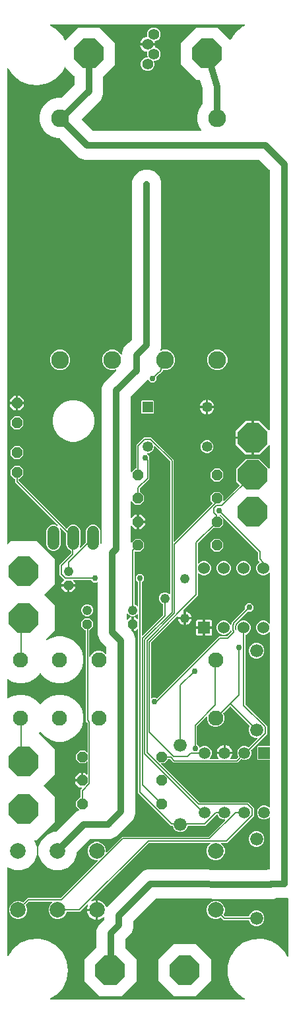
<source format=gbr>
G04 EAGLE Gerber RS-274X export*
G75*
%MOMM*%
%FSLAX34Y34*%
%LPD*%
%INTop Copper*%
%IPPOS*%
%AMOC8*
5,1,8,0,0,1.08239X$1,22.5*%
G01*
%ADD10P,1.319650X8X292.500000*%
%ADD11C,1.219200*%
%ADD12C,1.676400*%
%ADD13C,1.524000*%
%ADD14P,1.429621X8X22.500000*%
%ADD15C,2.286000*%
%ADD16C,2.006600*%
%ADD17P,4.123906X8X22.500000*%
%ADD18R,1.524000X1.524000*%
%ADD19C,1.524000*%
%ADD20C,1.943100*%
%ADD21P,1.429621X8X112.500000*%
%ADD22P,1.429621X8X202.500000*%
%ADD23R,1.498600X1.498600*%
%ADD24C,1.498600*%
%ADD25R,1.346200X1.346200*%
%ADD26C,1.346200*%
%ADD27C,1.418000*%
%ADD28C,0.152400*%
%ADD29C,0.756400*%
%ADD30C,0.812800*%

G36*
X314937Y10178D02*
X314937Y10178D01*
X315041Y10189D01*
X315058Y10197D01*
X315077Y10200D01*
X315169Y10249D01*
X315264Y10294D01*
X315278Y10307D01*
X315294Y10316D01*
X315366Y10391D01*
X315442Y10463D01*
X315451Y10480D01*
X315464Y10494D01*
X315508Y10589D01*
X315556Y10681D01*
X315559Y10700D01*
X315567Y10717D01*
X315579Y10821D01*
X315596Y10924D01*
X315592Y10943D01*
X315595Y10961D01*
X315572Y11063D01*
X315555Y11166D01*
X315546Y11183D01*
X315542Y11202D01*
X315489Y11291D01*
X315440Y11384D01*
X315426Y11397D01*
X315416Y11413D01*
X315337Y11481D01*
X315261Y11553D01*
X315240Y11563D01*
X315229Y11573D01*
X315200Y11585D01*
X315112Y11631D01*
X313059Y12437D01*
X303590Y19988D01*
X296767Y29995D01*
X293197Y41569D01*
X293197Y53681D01*
X296767Y65255D01*
X297319Y66065D01*
X298876Y68349D01*
X299914Y69871D01*
X299914Y69872D01*
X300952Y71394D01*
X300953Y71394D01*
X302509Y73678D01*
X302510Y73678D01*
X303547Y75200D01*
X303548Y75200D01*
X303590Y75262D01*
X313059Y82813D01*
X324334Y87238D01*
X336411Y88144D01*
X337799Y87827D01*
X341135Y87065D01*
X344470Y86304D01*
X347805Y85543D01*
X348220Y85448D01*
X358709Y79393D01*
X366947Y70514D01*
X369392Y65436D01*
X369436Y65374D01*
X369472Y65306D01*
X369506Y65274D01*
X369533Y65235D01*
X369595Y65189D01*
X369650Y65137D01*
X369693Y65117D01*
X369731Y65089D01*
X369804Y65065D01*
X369873Y65033D01*
X369920Y65028D01*
X369965Y65014D01*
X370042Y65015D01*
X370117Y65006D01*
X370164Y65016D01*
X370211Y65017D01*
X370283Y65042D01*
X370358Y65058D01*
X370399Y65083D01*
X370443Y65099D01*
X370504Y65145D01*
X370569Y65185D01*
X370600Y65221D01*
X370637Y65250D01*
X370679Y65314D01*
X370729Y65372D01*
X370747Y65416D01*
X370773Y65455D01*
X370792Y65529D01*
X370821Y65600D01*
X370828Y65663D01*
X370836Y65693D01*
X370834Y65719D01*
X370839Y65766D01*
X370839Y139478D01*
X370832Y139523D01*
X370834Y139569D01*
X370812Y139644D01*
X370800Y139720D01*
X370778Y139761D01*
X370765Y139805D01*
X370721Y139869D01*
X370684Y139938D01*
X370651Y139969D01*
X370625Y140007D01*
X370562Y140054D01*
X370506Y140107D01*
X370465Y140126D01*
X370428Y140154D01*
X370353Y140178D01*
X370283Y140211D01*
X370237Y140216D01*
X370194Y140230D01*
X370116Y140229D01*
X370039Y140238D01*
X369994Y140228D01*
X369948Y140228D01*
X369878Y140207D01*
X354886Y140207D01*
X354821Y140197D01*
X354756Y140196D01*
X354676Y140173D01*
X354643Y140168D01*
X354626Y140158D01*
X354595Y140149D01*
X351644Y138927D01*
X351613Y138927D01*
X351542Y138907D01*
X347908Y138937D01*
X347905Y138937D01*
X347902Y138937D01*
X344265Y138937D01*
X344236Y138949D01*
X344147Y138960D01*
X344116Y138967D01*
X344098Y138966D01*
X344070Y138969D01*
X202246Y140141D01*
X202153Y140127D01*
X202059Y140119D01*
X202032Y140108D01*
X202003Y140103D01*
X201919Y140060D01*
X201832Y140023D01*
X201804Y140000D01*
X201785Y139990D01*
X201762Y139966D01*
X201702Y139918D01*
X172511Y110727D01*
X172458Y110653D01*
X172398Y110584D01*
X172386Y110554D01*
X172367Y110528D01*
X172340Y110441D01*
X172306Y110356D01*
X172302Y110315D01*
X172295Y110292D01*
X172296Y110260D01*
X172288Y110189D01*
X172288Y101855D01*
X169465Y95040D01*
X162276Y87851D01*
X162223Y87777D01*
X162163Y87708D01*
X162151Y87678D01*
X162132Y87651D01*
X162105Y87564D01*
X162071Y87480D01*
X162067Y87439D01*
X162060Y87416D01*
X162061Y87384D01*
X162053Y87313D01*
X162053Y76179D01*
X162067Y76089D01*
X162075Y75998D01*
X162087Y75969D01*
X162092Y75937D01*
X162135Y75856D01*
X162171Y75772D01*
X162197Y75740D01*
X162208Y75719D01*
X162231Y75697D01*
X162276Y75641D01*
X176404Y61513D01*
X176404Y33737D01*
X156763Y14096D01*
X128987Y14096D01*
X109346Y33737D01*
X109346Y61513D01*
X124744Y76911D01*
X124797Y76985D01*
X124857Y77054D01*
X124869Y77085D01*
X124888Y77111D01*
X124915Y77198D01*
X124949Y77283D01*
X124953Y77324D01*
X124960Y77346D01*
X124959Y77378D01*
X124967Y77449D01*
X124967Y98997D01*
X127790Y105812D01*
X134979Y113002D01*
X135032Y113075D01*
X135092Y113145D01*
X135104Y113175D01*
X135123Y113201D01*
X135150Y113288D01*
X135184Y113373D01*
X135188Y113414D01*
X135195Y113436D01*
X135194Y113469D01*
X135202Y113540D01*
X135202Y115329D01*
X135191Y115399D01*
X135189Y115471D01*
X135171Y115520D01*
X135163Y115571D01*
X135129Y115635D01*
X135104Y115702D01*
X135072Y115743D01*
X135047Y115789D01*
X134995Y115838D01*
X134951Y115894D01*
X134907Y115922D01*
X134869Y115958D01*
X134804Y115988D01*
X134744Y116027D01*
X134693Y116040D01*
X134646Y116062D01*
X134575Y116070D01*
X134505Y116087D01*
X134453Y116083D01*
X134402Y116089D01*
X134331Y116073D01*
X134260Y116068D01*
X134212Y116048D01*
X134161Y116036D01*
X134100Y116000D01*
X134034Y115972D01*
X133978Y115927D01*
X133950Y115910D01*
X133935Y115893D01*
X133903Y115867D01*
X133413Y115377D01*
X131812Y114214D01*
X130049Y113315D01*
X128166Y112704D01*
X126745Y112479D01*
X126745Y124206D01*
X126742Y124226D01*
X126744Y124245D01*
X126722Y124347D01*
X126705Y124449D01*
X126696Y124466D01*
X126692Y124486D01*
X126639Y124575D01*
X126590Y124666D01*
X126576Y124680D01*
X126566Y124697D01*
X126487Y124764D01*
X126412Y124835D01*
X126394Y124844D01*
X126379Y124857D01*
X126283Y124895D01*
X126189Y124939D01*
X126169Y124941D01*
X126151Y124949D01*
X125984Y124967D01*
X125221Y124967D01*
X125221Y124969D01*
X125984Y124969D01*
X126004Y124972D01*
X126023Y124970D01*
X126125Y124992D01*
X126227Y125009D01*
X126244Y125018D01*
X126264Y125022D01*
X126353Y125075D01*
X126444Y125124D01*
X126458Y125138D01*
X126475Y125148D01*
X126542Y125227D01*
X126613Y125302D01*
X126622Y125320D01*
X126635Y125335D01*
X126674Y125431D01*
X126717Y125525D01*
X126719Y125545D01*
X126727Y125563D01*
X126745Y125730D01*
X126745Y137457D01*
X128166Y137232D01*
X130049Y136621D01*
X131812Y135722D01*
X133413Y134559D01*
X134813Y133159D01*
X135976Y131558D01*
X136875Y129795D01*
X137044Y129273D01*
X137079Y129206D01*
X137105Y129135D01*
X137135Y129097D01*
X137157Y129054D01*
X137211Y129002D01*
X137258Y128943D01*
X137299Y128917D01*
X137333Y128883D01*
X137402Y128850D01*
X137465Y128810D01*
X137512Y128798D01*
X137555Y128777D01*
X137631Y128768D01*
X137704Y128749D01*
X137752Y128753D01*
X137800Y128747D01*
X137874Y128763D01*
X137949Y128769D01*
X137993Y128787D01*
X138041Y128797D01*
X138106Y128835D01*
X138175Y128865D01*
X138226Y128905D01*
X138253Y128921D01*
X138270Y128941D01*
X138306Y128970D01*
X143348Y134012D01*
X178542Y169205D01*
X178578Y169256D01*
X178622Y169300D01*
X178658Y169364D01*
X181250Y171913D01*
X181251Y171915D01*
X181254Y171918D01*
X183825Y174489D01*
X183854Y174500D01*
X183912Y174546D01*
X187281Y175909D01*
X187283Y175910D01*
X187287Y175911D01*
X190646Y177303D01*
X190677Y177303D01*
X190748Y177323D01*
X194382Y177293D01*
X194385Y177293D01*
X194388Y177293D01*
X198025Y177293D01*
X198054Y177281D01*
X198143Y177270D01*
X198174Y177263D01*
X198192Y177264D01*
X198220Y177261D01*
X342450Y176069D01*
X342517Y176080D01*
X342586Y176080D01*
X342660Y176102D01*
X342693Y176107D01*
X342712Y176117D01*
X342747Y176127D01*
X345562Y177293D01*
X346858Y177293D01*
X346878Y177296D01*
X346897Y177294D01*
X346999Y177316D01*
X347101Y177332D01*
X347118Y177342D01*
X347138Y177346D01*
X347227Y177399D01*
X347318Y177448D01*
X347332Y177462D01*
X347349Y177472D01*
X347416Y177551D01*
X347488Y177626D01*
X347496Y177644D01*
X347509Y177659D01*
X347548Y177755D01*
X347591Y177849D01*
X347593Y177869D01*
X347601Y177887D01*
X347619Y178054D01*
X347619Y243112D01*
X347617Y243128D01*
X347618Y243143D01*
X347607Y243192D01*
X347606Y243255D01*
X347588Y243304D01*
X347580Y243355D01*
X347567Y243379D01*
X347566Y243383D01*
X347555Y243401D01*
X347546Y243419D01*
X347521Y243486D01*
X347489Y243527D01*
X347464Y243573D01*
X347412Y243622D01*
X347368Y243678D01*
X347324Y243706D01*
X347286Y243742D01*
X347221Y243772D01*
X347161Y243811D01*
X347110Y243824D01*
X347063Y243846D01*
X346992Y243853D01*
X346922Y243871D01*
X346870Y243867D01*
X346819Y243873D01*
X346748Y243857D01*
X346677Y243852D01*
X346629Y243832D01*
X346578Y243820D01*
X346517Y243784D01*
X346451Y243756D01*
X346403Y243717D01*
X346389Y243710D01*
X346383Y243704D01*
X346367Y243694D01*
X346352Y243676D01*
X346320Y243651D01*
X345214Y242545D01*
X341900Y241172D01*
X338312Y241172D01*
X334998Y242545D01*
X332461Y245082D01*
X331088Y248396D01*
X331088Y251984D01*
X332461Y255298D01*
X334998Y257835D01*
X338312Y259208D01*
X341900Y259208D01*
X345214Y257835D01*
X346320Y256729D01*
X346378Y256687D01*
X346430Y256638D01*
X346477Y256616D01*
X346519Y256586D01*
X346588Y256565D01*
X346653Y256534D01*
X346705Y256529D01*
X346755Y256513D01*
X346826Y256515D01*
X346897Y256507D01*
X346948Y256518D01*
X347000Y256520D01*
X347068Y256544D01*
X347138Y256560D01*
X347183Y256586D01*
X347231Y256604D01*
X347287Y256649D01*
X347349Y256686D01*
X347383Y256725D01*
X347423Y256758D01*
X347462Y256818D01*
X347509Y256873D01*
X347528Y256921D01*
X347556Y256965D01*
X347574Y257034D01*
X347601Y257101D01*
X347609Y257172D01*
X347617Y257203D01*
X347615Y257227D01*
X347619Y257268D01*
X347619Y316611D01*
X347616Y316631D01*
X347618Y316650D01*
X347596Y316752D01*
X347580Y316854D01*
X347570Y316871D01*
X347566Y316891D01*
X347513Y316980D01*
X347464Y317071D01*
X347450Y317085D01*
X347440Y317102D01*
X347361Y317169D01*
X347286Y317241D01*
X347268Y317249D01*
X347253Y317262D01*
X347157Y317301D01*
X347063Y317344D01*
X347043Y317346D01*
X347025Y317354D01*
X346858Y317372D01*
X331981Y317372D01*
X331088Y318265D01*
X331088Y334515D01*
X331981Y335408D01*
X346858Y335408D01*
X346878Y335411D01*
X346897Y335409D01*
X346999Y335431D01*
X347101Y335447D01*
X347118Y335457D01*
X347138Y335461D01*
X347227Y335514D01*
X347318Y335563D01*
X347332Y335577D01*
X347349Y335587D01*
X347416Y335666D01*
X347488Y335741D01*
X347496Y335759D01*
X347509Y335774D01*
X347548Y335870D01*
X347591Y335964D01*
X347593Y335984D01*
X347601Y336002D01*
X347619Y336169D01*
X347619Y480423D01*
X347608Y480494D01*
X347606Y480565D01*
X347588Y480614D01*
X347580Y480666D01*
X347546Y480729D01*
X347521Y480796D01*
X347489Y480837D01*
X347464Y480883D01*
X347412Y480932D01*
X347368Y480988D01*
X347324Y481017D01*
X347286Y481052D01*
X347221Y481083D01*
X347161Y481121D01*
X347110Y481134D01*
X347063Y481156D01*
X346992Y481164D01*
X346922Y481181D01*
X346870Y481177D01*
X346819Y481183D01*
X346748Y481168D01*
X346677Y481162D01*
X346629Y481142D01*
X346578Y481131D01*
X346517Y481094D01*
X346451Y481066D01*
X346395Y481021D01*
X346367Y481005D01*
X346352Y480987D01*
X346320Y480961D01*
X344270Y478911D01*
X340909Y477519D01*
X337271Y477519D01*
X333910Y478911D01*
X331337Y481484D01*
X329945Y484845D01*
X329945Y488483D01*
X331337Y491844D01*
X333910Y494417D01*
X337271Y495809D01*
X340909Y495809D01*
X344270Y494417D01*
X346320Y492367D01*
X346378Y492325D01*
X346430Y492276D01*
X346477Y492254D01*
X346519Y492223D01*
X346588Y492202D01*
X346653Y492172D01*
X346705Y492166D01*
X346755Y492151D01*
X346826Y492153D01*
X346897Y492145D01*
X346948Y492156D01*
X347000Y492157D01*
X347068Y492182D01*
X347138Y492197D01*
X347183Y492224D01*
X347231Y492242D01*
X347287Y492287D01*
X347349Y492323D01*
X347383Y492363D01*
X347423Y492395D01*
X347462Y492456D01*
X347509Y492510D01*
X347528Y492559D01*
X347556Y492602D01*
X347574Y492672D01*
X347601Y492738D01*
X347609Y492810D01*
X347617Y492841D01*
X347615Y492864D01*
X347619Y492905D01*
X347619Y556623D01*
X347608Y556694D01*
X347606Y556765D01*
X347588Y556814D01*
X347580Y556866D01*
X347546Y556929D01*
X347521Y556996D01*
X347489Y557037D01*
X347464Y557083D01*
X347412Y557132D01*
X347368Y557188D01*
X347324Y557217D01*
X347286Y557252D01*
X347221Y557283D01*
X347161Y557321D01*
X347110Y557334D01*
X347063Y557356D01*
X346992Y557364D01*
X346922Y557381D01*
X346870Y557377D01*
X346819Y557383D01*
X346748Y557368D01*
X346677Y557362D01*
X346629Y557342D01*
X346578Y557331D01*
X346517Y557294D01*
X346451Y557266D01*
X346395Y557221D01*
X346367Y557205D01*
X346352Y557187D01*
X346320Y557161D01*
X344270Y555111D01*
X340909Y553719D01*
X337271Y553719D01*
X333910Y555111D01*
X331337Y557684D01*
X329945Y561045D01*
X329945Y564683D01*
X331337Y568044D01*
X333979Y570686D01*
X333988Y570691D01*
X334006Y570712D01*
X334017Y570724D01*
X334022Y570730D01*
X334055Y570757D01*
X334096Y570821D01*
X334145Y570880D01*
X334162Y570924D01*
X334188Y570963D01*
X334206Y571038D01*
X334234Y571110D01*
X334236Y571157D01*
X334248Y571202D01*
X334242Y571279D01*
X334245Y571355D01*
X334232Y571401D01*
X334229Y571447D01*
X334199Y571518D01*
X334177Y571592D01*
X334151Y571631D01*
X334132Y571674D01*
X334049Y571777D01*
X334038Y571794D01*
X334033Y571798D01*
X334028Y571805D01*
X332231Y573601D01*
X332231Y583191D01*
X332217Y583282D01*
X332209Y583372D01*
X332197Y583402D01*
X332192Y583434D01*
X332149Y583515D01*
X332113Y583599D01*
X332087Y583631D01*
X332076Y583652D01*
X332053Y583674D01*
X332008Y583730D01*
X284236Y631502D01*
X284162Y631555D01*
X284092Y631615D01*
X284062Y631627D01*
X284036Y631646D01*
X283949Y631673D01*
X283864Y631707D01*
X283823Y631711D01*
X283801Y631718D01*
X283769Y631717D01*
X283697Y631725D01*
X283612Y631725D01*
X283542Y631714D01*
X283470Y631712D01*
X283421Y631694D01*
X283370Y631686D01*
X283306Y631652D01*
X283239Y631627D01*
X283198Y631595D01*
X283152Y631570D01*
X283103Y631518D01*
X283047Y631474D01*
X283019Y631430D01*
X282983Y631392D01*
X282953Y631327D01*
X282914Y631267D01*
X282901Y631216D01*
X282879Y631169D01*
X282871Y631098D01*
X282854Y631028D01*
X282858Y630976D01*
X282852Y630925D01*
X282867Y630854D01*
X282873Y630783D01*
X282893Y630735D01*
X282904Y630684D01*
X282941Y630623D01*
X282969Y630557D01*
X283014Y630501D01*
X283031Y630473D01*
X283048Y630458D01*
X283074Y630426D01*
X287593Y625907D01*
X287593Y619173D01*
X282831Y614411D01*
X276097Y614411D01*
X275959Y614549D01*
X275943Y614560D01*
X275931Y614576D01*
X275843Y614632D01*
X275760Y614692D01*
X275741Y614698D01*
X275724Y614709D01*
X275623Y614734D01*
X275525Y614765D01*
X275505Y614764D01*
X275485Y614769D01*
X275382Y614761D01*
X275279Y614758D01*
X275260Y614752D01*
X275240Y614750D01*
X275145Y614710D01*
X275048Y614674D01*
X275032Y614661D01*
X275014Y614654D01*
X274883Y614549D01*
X255494Y595160D01*
X255441Y595086D01*
X255381Y595016D01*
X255369Y594986D01*
X255350Y594960D01*
X255323Y594873D01*
X255289Y594788D01*
X255285Y594747D01*
X255278Y594725D01*
X255279Y594693D01*
X255271Y594621D01*
X255271Y570015D01*
X255282Y569944D01*
X255284Y569873D01*
X255302Y569824D01*
X255310Y569772D01*
X255344Y569709D01*
X255369Y569642D01*
X255401Y569601D01*
X255426Y569555D01*
X255478Y569506D01*
X255522Y569450D01*
X255566Y569421D01*
X255604Y569386D01*
X255669Y569355D01*
X255729Y569317D01*
X255780Y569304D01*
X255827Y569282D01*
X255898Y569274D01*
X255968Y569257D01*
X256020Y569261D01*
X256071Y569255D01*
X256142Y569270D01*
X256213Y569276D01*
X256261Y569296D01*
X256312Y569307D01*
X256373Y569344D01*
X256439Y569372D01*
X256495Y569417D01*
X256523Y569433D01*
X256538Y569451D01*
X256570Y569477D01*
X257710Y570617D01*
X261071Y572009D01*
X264709Y572009D01*
X268070Y570617D01*
X270643Y568044D01*
X272035Y564683D01*
X272035Y561045D01*
X270643Y557684D01*
X268070Y555111D01*
X264709Y553719D01*
X261071Y553719D01*
X257710Y555111D01*
X256570Y556251D01*
X256512Y556293D01*
X256460Y556342D01*
X256413Y556364D01*
X256371Y556395D01*
X256302Y556416D01*
X256237Y556446D01*
X256185Y556452D01*
X256135Y556467D01*
X256064Y556465D01*
X255993Y556473D01*
X255942Y556462D01*
X255890Y556461D01*
X255822Y556436D01*
X255752Y556421D01*
X255707Y556394D01*
X255659Y556376D01*
X255603Y556331D01*
X255541Y556295D01*
X255507Y556255D01*
X255467Y556223D01*
X255428Y556162D01*
X255381Y556108D01*
X255362Y556059D01*
X255334Y556016D01*
X255316Y555946D01*
X255289Y555880D01*
X255281Y555808D01*
X255273Y555777D01*
X255275Y555754D01*
X255271Y555713D01*
X255271Y527881D01*
X253708Y526318D01*
X236380Y508990D01*
X236367Y508972D01*
X236349Y508957D01*
X236295Y508872D01*
X236237Y508791D01*
X236230Y508769D01*
X236218Y508749D01*
X236194Y508651D01*
X236164Y508556D01*
X236165Y508532D01*
X236160Y508510D01*
X236168Y508410D01*
X236171Y508310D01*
X236179Y508288D01*
X236181Y508265D01*
X236221Y508173D01*
X236255Y508079D01*
X236270Y508061D01*
X236279Y508040D01*
X236346Y507965D01*
X236409Y507887D01*
X236428Y507874D01*
X236444Y507857D01*
X236531Y507808D01*
X236602Y507763D01*
X236602Y500633D01*
X229472Y500633D01*
X229467Y500649D01*
X229454Y500668D01*
X229446Y500690D01*
X229384Y500768D01*
X229326Y500850D01*
X229307Y500864D01*
X229293Y500882D01*
X229208Y500936D01*
X229127Y500995D01*
X229105Y501002D01*
X229086Y501015D01*
X228988Y501039D01*
X228893Y501070D01*
X228869Y501069D01*
X228847Y501075D01*
X228747Y501067D01*
X228647Y501065D01*
X228625Y501058D01*
X228602Y501056D01*
X228510Y501017D01*
X228415Y500983D01*
X228397Y500969D01*
X228376Y500960D01*
X228245Y500855D01*
X195296Y467906D01*
X195243Y467832D01*
X195183Y467762D01*
X195171Y467732D01*
X195152Y467706D01*
X195125Y467619D01*
X195091Y467534D01*
X195087Y467493D01*
X195080Y467471D01*
X195081Y467439D01*
X195073Y467367D01*
X195073Y397201D01*
X195084Y397131D01*
X195086Y397059D01*
X195104Y397010D01*
X195112Y396959D01*
X195146Y396895D01*
X195171Y396828D01*
X195203Y396787D01*
X195228Y396741D01*
X195280Y396692D01*
X195324Y396636D01*
X195368Y396608D01*
X195406Y396572D01*
X195471Y396542D01*
X195531Y396503D01*
X195582Y396490D01*
X195629Y396468D01*
X195700Y396460D01*
X195770Y396443D01*
X195822Y396447D01*
X195873Y396441D01*
X195944Y396456D01*
X196015Y396462D01*
X196063Y396482D01*
X196114Y396493D01*
X196175Y396530D01*
X196241Y396558D01*
X196297Y396603D01*
X196325Y396620D01*
X196340Y396637D01*
X196372Y396663D01*
X196684Y396975D01*
X201080Y396975D01*
X202003Y396052D01*
X202019Y396040D01*
X202032Y396024D01*
X202119Y395968D01*
X202203Y395908D01*
X202222Y395902D01*
X202239Y395891D01*
X202339Y395866D01*
X202438Y395836D01*
X202458Y395836D01*
X202477Y395831D01*
X202580Y395839D01*
X202684Y395842D01*
X202703Y395849D01*
X202722Y395851D01*
X202817Y395891D01*
X202915Y395927D01*
X202931Y395939D01*
X202949Y395947D01*
X203080Y396052D01*
X280954Y473926D01*
X282517Y475489D01*
X292107Y475489D01*
X292198Y475503D01*
X292288Y475511D01*
X292318Y475523D01*
X292350Y475528D01*
X292431Y475571D01*
X292515Y475607D01*
X292547Y475633D01*
X292568Y475644D01*
X292590Y475667D01*
X292646Y475712D01*
X298361Y481427D01*
X298372Y481443D01*
X298388Y481455D01*
X298444Y481542D01*
X298504Y481626D01*
X298510Y481646D01*
X298521Y481662D01*
X298546Y481762D01*
X298577Y481862D01*
X298576Y481881D01*
X298581Y481901D01*
X298573Y482004D01*
X298570Y482107D01*
X298564Y482126D01*
X298562Y482146D01*
X298521Y482241D01*
X298486Y482338D01*
X298473Y482354D01*
X298466Y482372D01*
X298361Y482503D01*
X297826Y483038D01*
X297788Y483065D01*
X297757Y483099D01*
X297689Y483137D01*
X297626Y483182D01*
X297582Y483195D01*
X297542Y483218D01*
X297465Y483231D01*
X297391Y483254D01*
X297345Y483253D01*
X297300Y483261D01*
X297223Y483250D01*
X297145Y483248D01*
X297102Y483232D01*
X297056Y483225D01*
X296987Y483190D01*
X296914Y483163D01*
X296878Y483135D01*
X296837Y483114D01*
X296783Y483058D01*
X296722Y483010D01*
X296697Y482971D01*
X296665Y482938D01*
X296599Y482818D01*
X296589Y482803D01*
X296588Y482798D01*
X296584Y482791D01*
X296043Y481484D01*
X293470Y478911D01*
X290109Y477519D01*
X286471Y477519D01*
X283110Y478911D01*
X280537Y481484D01*
X279145Y484845D01*
X279145Y488483D01*
X280537Y491844D01*
X283110Y494417D01*
X286471Y495809D01*
X290109Y495809D01*
X293470Y494417D01*
X296043Y491844D01*
X296477Y490796D01*
X296528Y490713D01*
X296574Y490627D01*
X296593Y490609D01*
X296606Y490587D01*
X296681Y490525D01*
X296752Y490458D01*
X296776Y490447D01*
X296796Y490430D01*
X296887Y490395D01*
X296975Y490354D01*
X297001Y490351D01*
X297025Y490342D01*
X297123Y490338D01*
X297219Y490327D01*
X297245Y490332D01*
X297271Y490331D01*
X297365Y490358D01*
X297460Y490379D01*
X297482Y490393D01*
X297507Y490400D01*
X297587Y490455D01*
X297671Y490505D01*
X297688Y490525D01*
X297709Y490540D01*
X297768Y490618D01*
X297831Y490692D01*
X297841Y490717D01*
X297856Y490737D01*
X297886Y490830D01*
X297905Y490877D01*
X298480Y491452D01*
X298533Y491526D01*
X298593Y491596D01*
X298605Y491626D01*
X298624Y491652D01*
X298651Y491739D01*
X298685Y491824D01*
X298689Y491865D01*
X298696Y491887D01*
X298695Y491919D01*
X298703Y491991D01*
X298703Y493961D01*
X315272Y510530D01*
X315315Y510590D01*
X315358Y510635D01*
X315366Y510651D01*
X315385Y510674D01*
X315397Y510704D01*
X315416Y510730D01*
X315442Y510816D01*
X315462Y510858D01*
X315463Y510867D01*
X315477Y510902D01*
X315481Y510943D01*
X315488Y510965D01*
X315487Y510997D01*
X315495Y511069D01*
X315495Y515024D01*
X318604Y518133D01*
X323000Y518133D01*
X326109Y515024D01*
X326109Y510628D01*
X323000Y507519D01*
X319045Y507519D01*
X318954Y507505D01*
X318864Y507497D01*
X318834Y507485D01*
X318802Y507480D01*
X318721Y507437D01*
X318637Y507401D01*
X318605Y507375D01*
X318584Y507364D01*
X318562Y507341D01*
X318506Y507296D01*
X303500Y492290D01*
X303447Y492216D01*
X303387Y492146D01*
X303375Y492116D01*
X303356Y492090D01*
X303329Y492003D01*
X303295Y491918D01*
X303291Y491877D01*
X303284Y491855D01*
X303285Y491823D01*
X303277Y491751D01*
X303277Y489781D01*
X302738Y489242D01*
X302685Y489168D01*
X302625Y489098D01*
X302613Y489068D01*
X302594Y489042D01*
X302567Y488955D01*
X302533Y488870D01*
X302529Y488829D01*
X302522Y488807D01*
X302523Y488775D01*
X302515Y488703D01*
X302515Y485133D01*
X302529Y485043D01*
X302537Y484952D01*
X302549Y484922D01*
X302554Y484890D01*
X302597Y484809D01*
X302633Y484725D01*
X302659Y484693D01*
X302670Y484672D01*
X302693Y484650D01*
X302738Y484594D01*
X303295Y484037D01*
X303374Y483980D01*
X303449Y483918D01*
X303473Y483909D01*
X303494Y483894D01*
X303587Y483865D01*
X303678Y483830D01*
X303704Y483829D01*
X303729Y483821D01*
X303827Y483824D01*
X303924Y483820D01*
X303949Y483827D01*
X303975Y483828D01*
X304067Y483861D01*
X304160Y483888D01*
X304182Y483903D01*
X304206Y483912D01*
X304282Y483973D01*
X304362Y484029D01*
X304378Y484050D01*
X304398Y484066D01*
X304451Y484148D01*
X304509Y484226D01*
X304517Y484251D01*
X304531Y484273D01*
X304555Y484367D01*
X304585Y484460D01*
X304585Y484486D01*
X304591Y484511D01*
X304584Y484609D01*
X304583Y484706D01*
X304574Y484737D01*
X304572Y484757D01*
X304559Y484787D01*
X304545Y484836D01*
X304545Y488483D01*
X305937Y491844D01*
X308510Y494417D01*
X311871Y495809D01*
X315509Y495809D01*
X318870Y494417D01*
X321443Y491844D01*
X322835Y488483D01*
X322835Y484845D01*
X321443Y481484D01*
X318870Y478911D01*
X316701Y478013D01*
X316601Y477951D01*
X316501Y477891D01*
X316497Y477887D01*
X316492Y477883D01*
X316417Y477793D01*
X316341Y477704D01*
X316339Y477699D01*
X316335Y477694D01*
X316293Y477584D01*
X316249Y477476D01*
X316248Y477469D01*
X316247Y477464D01*
X316246Y477446D01*
X316231Y477310D01*
X316231Y388359D01*
X316245Y388268D01*
X316253Y388178D01*
X316265Y388148D01*
X316270Y388116D01*
X316313Y388035D01*
X316349Y387951D01*
X316375Y387919D01*
X316386Y387898D01*
X316409Y387876D01*
X316454Y387820D01*
X343663Y360611D01*
X343663Y350335D01*
X323435Y330108D01*
X323367Y330013D01*
X323298Y329919D01*
X323296Y329913D01*
X323292Y329908D01*
X323258Y329796D01*
X323221Y329685D01*
X323221Y329679D01*
X323220Y329673D01*
X323223Y329556D01*
X323224Y329439D01*
X323226Y329432D01*
X323226Y329427D01*
X323232Y329409D01*
X323270Y329278D01*
X323724Y328184D01*
X323724Y324596D01*
X322351Y321282D01*
X319814Y318745D01*
X316500Y317372D01*
X312912Y317372D01*
X310740Y318272D01*
X310627Y318299D01*
X310513Y318327D01*
X310507Y318327D01*
X310501Y318328D01*
X310384Y318317D01*
X310268Y318308D01*
X310262Y318306D01*
X310256Y318305D01*
X310149Y318257D01*
X310042Y318212D01*
X310036Y318207D01*
X310031Y318205D01*
X310018Y318192D01*
X309911Y318107D01*
X305747Y313943D01*
X223843Y313943D01*
X219494Y318292D01*
X219420Y318345D01*
X219350Y318405D01*
X219320Y318417D01*
X219294Y318436D01*
X219207Y318463D01*
X219122Y318497D01*
X219081Y318501D01*
X219059Y318508D01*
X219027Y318507D01*
X218955Y318515D01*
X217084Y318515D01*
X217064Y318512D01*
X217045Y318514D01*
X216943Y318492D01*
X216841Y318476D01*
X216824Y318466D01*
X216804Y318462D01*
X216715Y318409D01*
X216624Y318360D01*
X216610Y318346D01*
X216593Y318336D01*
X216526Y318257D01*
X216454Y318182D01*
X216446Y318164D01*
X216433Y318149D01*
X216394Y318053D01*
X216351Y317959D01*
X216349Y317939D01*
X216342Y317922D01*
X211561Y313141D01*
X208566Y313141D01*
X208496Y313130D01*
X208424Y313128D01*
X208375Y313110D01*
X208324Y313102D01*
X208260Y313068D01*
X208193Y313043D01*
X208152Y313011D01*
X208106Y312986D01*
X208057Y312934D01*
X208001Y312890D01*
X207973Y312846D01*
X207937Y312808D01*
X207907Y312743D01*
X207868Y312683D01*
X207855Y312632D01*
X207833Y312585D01*
X207825Y312514D01*
X207808Y312444D01*
X207812Y312392D01*
X207806Y312341D01*
X207821Y312270D01*
X207827Y312199D01*
X207847Y312151D01*
X207858Y312100D01*
X207895Y312039D01*
X207923Y311973D01*
X207968Y311917D01*
X207985Y311889D01*
X207987Y311887D01*
X207988Y311886D01*
X208004Y311873D01*
X208028Y311842D01*
X256756Y263114D01*
X256830Y263061D01*
X256900Y263001D01*
X256930Y262989D01*
X256956Y262970D01*
X257043Y262943D01*
X257128Y262909D01*
X257169Y262905D01*
X257191Y262898D01*
X257223Y262899D01*
X257295Y262891D01*
X319463Y262891D01*
X326899Y255455D01*
X326899Y245179D01*
X292793Y211073D01*
X285646Y211073D01*
X285575Y211062D01*
X285503Y211060D01*
X285454Y211042D01*
X285403Y211034D01*
X285340Y211000D01*
X285272Y210975D01*
X285232Y210943D01*
X285186Y210918D01*
X285136Y210866D01*
X285080Y210822D01*
X285052Y210778D01*
X285016Y210740D01*
X284986Y210675D01*
X284947Y210615D01*
X284934Y210564D01*
X284913Y210517D01*
X284905Y210446D01*
X284887Y210376D01*
X284891Y210324D01*
X284885Y210273D01*
X284901Y210202D01*
X284906Y210131D01*
X284927Y210083D01*
X284938Y210032D01*
X284974Y209971D01*
X285003Y209905D01*
X285047Y209849D01*
X285064Y209821D01*
X285082Y209806D01*
X285107Y209774D01*
X287674Y207207D01*
X289434Y202959D01*
X289434Y198361D01*
X287674Y194113D01*
X284423Y190862D01*
X280175Y189102D01*
X275577Y189102D01*
X271329Y190862D01*
X268078Y194113D01*
X266318Y198361D01*
X266318Y202959D01*
X268078Y207207D01*
X270645Y209774D01*
X270686Y209832D01*
X270736Y209884D01*
X270758Y209931D01*
X270788Y209973D01*
X270809Y210042D01*
X270839Y210107D01*
X270845Y210159D01*
X270861Y210209D01*
X270859Y210280D01*
X270867Y210351D01*
X270856Y210402D01*
X270854Y210454D01*
X270830Y210522D01*
X270814Y210592D01*
X270788Y210637D01*
X270770Y210685D01*
X270725Y210741D01*
X270688Y210803D01*
X270649Y210837D01*
X270616Y210877D01*
X270556Y210916D01*
X270501Y210963D01*
X270453Y210982D01*
X270409Y211010D01*
X270340Y211028D01*
X270273Y211055D01*
X270202Y211063D01*
X270171Y211071D01*
X270147Y211069D01*
X270106Y211073D01*
X192525Y211073D01*
X192434Y211059D01*
X192344Y211051D01*
X192314Y211039D01*
X192282Y211034D01*
X192201Y210991D01*
X192117Y210955D01*
X192085Y210929D01*
X192064Y210918D01*
X192042Y210895D01*
X191986Y210850D01*
X118414Y137278D01*
X118411Y137274D01*
X118408Y137272D01*
X118339Y137173D01*
X118270Y137078D01*
X118269Y137074D01*
X118267Y137071D01*
X118232Y136956D01*
X118198Y136843D01*
X118198Y136839D01*
X118197Y136835D01*
X118201Y136717D01*
X118204Y136597D01*
X118205Y136593D01*
X118206Y136589D01*
X118247Y136479D01*
X118289Y136366D01*
X118291Y136363D01*
X118292Y136359D01*
X118367Y136268D01*
X118442Y136174D01*
X118446Y136172D01*
X118448Y136169D01*
X118548Y136106D01*
X118649Y136041D01*
X118653Y136040D01*
X118656Y136038D01*
X118772Y136010D01*
X118888Y135981D01*
X118892Y135981D01*
X118896Y135980D01*
X119015Y135991D01*
X119133Y136000D01*
X119137Y136002D01*
X119141Y136002D01*
X119297Y136061D01*
X120395Y136621D01*
X122278Y137232D01*
X123699Y137457D01*
X123699Y126491D01*
X112733Y126491D01*
X112958Y127912D01*
X113569Y129795D01*
X114129Y130893D01*
X114130Y130896D01*
X114132Y130900D01*
X114157Y130979D01*
X114164Y130994D01*
X114165Y131007D01*
X114167Y131013D01*
X114204Y131127D01*
X114204Y131131D01*
X114205Y131135D01*
X114202Y131254D01*
X114200Y131373D01*
X114198Y131377D01*
X114198Y131381D01*
X114157Y131493D01*
X114118Y131605D01*
X114115Y131608D01*
X114114Y131612D01*
X114040Y131704D01*
X113966Y131798D01*
X113963Y131800D01*
X113960Y131804D01*
X113860Y131868D01*
X113761Y131933D01*
X113757Y131934D01*
X113753Y131937D01*
X113638Y131966D01*
X113523Y131996D01*
X113519Y131996D01*
X113515Y131997D01*
X113397Y131987D01*
X113277Y131979D01*
X113274Y131978D01*
X113270Y131978D01*
X113161Y131931D01*
X113050Y131885D01*
X113047Y131883D01*
X113043Y131881D01*
X112912Y131776D01*
X105380Y124244D01*
X103817Y122681D01*
X87001Y122681D01*
X86887Y122662D01*
X86771Y122645D01*
X86765Y122643D01*
X86759Y122642D01*
X86656Y122587D01*
X86551Y122534D01*
X86547Y122529D01*
X86541Y122526D01*
X86461Y122442D01*
X86379Y122358D01*
X86375Y122352D01*
X86372Y122348D01*
X86364Y122331D01*
X86298Y122211D01*
X84728Y118421D01*
X81477Y115170D01*
X77229Y113410D01*
X72631Y113410D01*
X68383Y115170D01*
X65132Y118421D01*
X63372Y122669D01*
X63372Y127267D01*
X65132Y131515D01*
X67953Y134336D01*
X67994Y134394D01*
X68044Y134446D01*
X68066Y134493D01*
X68096Y134535D01*
X68117Y134604D01*
X68147Y134669D01*
X68153Y134721D01*
X68169Y134771D01*
X68167Y134842D01*
X68175Y134913D01*
X68164Y134964D01*
X68162Y135016D01*
X68138Y135084D01*
X68122Y135154D01*
X68096Y135199D01*
X68078Y135247D01*
X68033Y135303D01*
X67996Y135365D01*
X67957Y135399D01*
X67924Y135439D01*
X67864Y135478D01*
X67809Y135525D01*
X67761Y135544D01*
X67717Y135572D01*
X67648Y135590D01*
X67581Y135617D01*
X67510Y135625D01*
X67479Y135633D01*
X67455Y135631D01*
X67414Y135635D01*
X38601Y135635D01*
X38510Y135621D01*
X38420Y135613D01*
X38390Y135601D01*
X38358Y135596D01*
X38277Y135553D01*
X38193Y135517D01*
X38161Y135491D01*
X38140Y135480D01*
X38118Y135457D01*
X38062Y135412D01*
X34537Y131887D01*
X34469Y131792D01*
X34399Y131698D01*
X34397Y131692D01*
X34393Y131687D01*
X34359Y131576D01*
X34323Y131464D01*
X34323Y131458D01*
X34321Y131452D01*
X34324Y131335D01*
X34325Y131218D01*
X34327Y131211D01*
X34327Y131206D01*
X34334Y131189D01*
X34372Y131057D01*
X35942Y127267D01*
X35942Y122669D01*
X34182Y118421D01*
X30931Y115170D01*
X26683Y113410D01*
X22085Y113410D01*
X17837Y115170D01*
X14586Y118421D01*
X12826Y122669D01*
X12826Y127267D01*
X14586Y131515D01*
X17837Y134766D01*
X22085Y136526D01*
X26683Y136526D01*
X30473Y134956D01*
X30587Y134929D01*
X30700Y134901D01*
X30707Y134901D01*
X30713Y134900D01*
X30829Y134911D01*
X30946Y134920D01*
X30951Y134922D01*
X30958Y134923D01*
X31065Y134971D01*
X31172Y135016D01*
X31178Y135021D01*
X31182Y135023D01*
X31196Y135035D01*
X31303Y135121D01*
X36391Y140209D01*
X78747Y140209D01*
X78838Y140223D01*
X78928Y140231D01*
X78958Y140243D01*
X78990Y140248D01*
X79071Y140291D01*
X79155Y140327D01*
X79187Y140353D01*
X79208Y140364D01*
X79230Y140387D01*
X79286Y140432D01*
X126657Y187803D01*
X126699Y187861D01*
X126748Y187913D01*
X126770Y187960D01*
X126800Y188002D01*
X126821Y188071D01*
X126852Y188136D01*
X126857Y188188D01*
X126873Y188238D01*
X126871Y188309D01*
X126879Y188380D01*
X126868Y188431D01*
X126866Y188483D01*
X126842Y188551D01*
X126827Y188621D01*
X126800Y188666D01*
X126782Y188714D01*
X126737Y188770D01*
X126700Y188832D01*
X126661Y188866D01*
X126628Y188906D01*
X126568Y188945D01*
X126513Y188992D01*
X126465Y189011D01*
X126421Y189039D01*
X126352Y189057D01*
X126285Y189084D01*
X126214Y189092D01*
X126183Y189100D01*
X126159Y189098D01*
X126119Y189102D01*
X122923Y189102D01*
X118675Y190862D01*
X115424Y194113D01*
X113664Y198361D01*
X113664Y202959D01*
X115424Y207207D01*
X118675Y210458D01*
X122923Y212218D01*
X127521Y212218D01*
X131769Y210458D01*
X135020Y207207D01*
X136780Y202959D01*
X136780Y199763D01*
X136791Y199693D01*
X136793Y199621D01*
X136811Y199572D01*
X136819Y199521D01*
X136853Y199457D01*
X136878Y199390D01*
X136910Y199349D01*
X136935Y199303D01*
X136987Y199254D01*
X137031Y199198D01*
X137075Y199170D01*
X137113Y199134D01*
X137178Y199104D01*
X137238Y199065D01*
X137289Y199052D01*
X137336Y199030D01*
X137407Y199022D01*
X137477Y199005D01*
X137529Y199009D01*
X137580Y199003D01*
X137651Y199018D01*
X137722Y199024D01*
X137770Y199044D01*
X137821Y199055D01*
X137882Y199092D01*
X137948Y199120D01*
X138004Y199165D01*
X138032Y199182D01*
X138047Y199199D01*
X138079Y199225D01*
X157549Y218695D01*
X268485Y218695D01*
X268576Y218709D01*
X268666Y218717D01*
X268696Y218729D01*
X268728Y218734D01*
X268809Y218777D01*
X268893Y218813D01*
X268925Y218839D01*
X268946Y218850D01*
X268968Y218873D01*
X269024Y218918D01*
X289979Y239873D01*
X290021Y239931D01*
X290070Y239983D01*
X290092Y240030D01*
X290122Y240072D01*
X290143Y240141D01*
X290174Y240206D01*
X290179Y240258D01*
X290195Y240308D01*
X290193Y240379D01*
X290201Y240450D01*
X290190Y240501D01*
X290188Y240553D01*
X290164Y240621D01*
X290149Y240691D01*
X290122Y240736D01*
X290104Y240784D01*
X290059Y240840D01*
X290022Y240902D01*
X289983Y240936D01*
X289950Y240976D01*
X289890Y241015D01*
X289835Y241062D01*
X289787Y241081D01*
X289743Y241109D01*
X289674Y241127D01*
X289607Y241154D01*
X289536Y241162D01*
X289505Y241170D01*
X289481Y241168D01*
X289441Y241172D01*
X287512Y241172D01*
X284198Y242545D01*
X281661Y245082D01*
X280792Y247179D01*
X280730Y247279D01*
X280671Y247379D01*
X280666Y247383D01*
X280663Y247388D01*
X280572Y247463D01*
X280484Y247539D01*
X280478Y247541D01*
X280473Y247545D01*
X280365Y247587D01*
X280256Y247631D01*
X280248Y247632D01*
X280244Y247633D01*
X280225Y247634D01*
X280089Y247649D01*
X279393Y247649D01*
X279302Y247635D01*
X279212Y247627D01*
X279182Y247615D01*
X279150Y247610D01*
X279069Y247567D01*
X278985Y247531D01*
X278953Y247505D01*
X278932Y247494D01*
X278910Y247471D01*
X278854Y247426D01*
X264599Y233171D01*
X242905Y233171D01*
X242790Y233152D01*
X242674Y233135D01*
X242668Y233133D01*
X242662Y233132D01*
X242559Y233077D01*
X242455Y233024D01*
X242450Y233019D01*
X242445Y233016D01*
X242365Y232932D01*
X242282Y232848D01*
X242279Y232842D01*
X242275Y232838D01*
X242268Y232821D01*
X242202Y232701D01*
X240809Y229338D01*
X238022Y226551D01*
X234381Y225043D01*
X230439Y225043D01*
X226798Y226551D01*
X224011Y229338D01*
X222618Y232701D01*
X222557Y232801D01*
X222497Y232901D01*
X222492Y232905D01*
X222489Y232910D01*
X222399Y232985D01*
X222310Y233061D01*
X222304Y233063D01*
X222299Y233067D01*
X222191Y233109D01*
X222082Y233153D01*
X222074Y233154D01*
X222070Y233155D01*
X222051Y233156D01*
X221915Y233171D01*
X220033Y233171D01*
X179870Y273334D01*
X178307Y274897D01*
X178307Y484295D01*
X178296Y484366D01*
X178294Y484438D01*
X178276Y484487D01*
X178268Y484538D01*
X178234Y484601D01*
X178209Y484669D01*
X178177Y484709D01*
X178152Y484755D01*
X178100Y484805D01*
X178056Y484861D01*
X178012Y484889D01*
X177974Y484925D01*
X177909Y484955D01*
X177849Y484994D01*
X177798Y485006D01*
X177751Y485028D01*
X177680Y485036D01*
X177610Y485054D01*
X177558Y485050D01*
X177507Y485056D01*
X177436Y485040D01*
X177365Y485035D01*
X177317Y485014D01*
X177266Y485003D01*
X177205Y484966D01*
X177139Y484938D01*
X177083Y484894D01*
X177055Y484877D01*
X177040Y484859D01*
X177008Y484834D01*
X175027Y482853D01*
X172973Y482853D01*
X172973Y490728D01*
X172970Y490748D01*
X172972Y490767D01*
X172950Y490869D01*
X172933Y490971D01*
X172924Y490988D01*
X172920Y491008D01*
X172867Y491097D01*
X172818Y491188D01*
X172804Y491202D01*
X172794Y491219D01*
X172715Y491286D01*
X172640Y491357D01*
X172622Y491366D01*
X172607Y491379D01*
X172511Y491417D01*
X172417Y491461D01*
X172397Y491463D01*
X172379Y491471D01*
X172212Y491489D01*
X170688Y491489D01*
X170668Y491486D01*
X170649Y491488D01*
X170547Y491466D01*
X170445Y491449D01*
X170428Y491440D01*
X170408Y491436D01*
X170319Y491383D01*
X170228Y491334D01*
X170214Y491320D01*
X170197Y491310D01*
X170130Y491231D01*
X170059Y491156D01*
X170050Y491138D01*
X170037Y491123D01*
X169998Y491027D01*
X169955Y490933D01*
X169953Y490913D01*
X169945Y490895D01*
X169927Y490728D01*
X169927Y482879D01*
X169929Y482866D01*
X169928Y482858D01*
X169938Y482813D01*
X169942Y482788D01*
X169949Y482698D01*
X169961Y482668D01*
X169967Y482636D01*
X170009Y482555D01*
X170045Y482471D01*
X170071Y482439D01*
X170082Y482418D01*
X170105Y482396D01*
X170150Y482340D01*
X171989Y480501D01*
X174812Y473685D01*
X174812Y247819D01*
X171989Y241004D01*
X150120Y219134D01*
X143304Y216311D01*
X117050Y216311D01*
X116959Y216296D01*
X116868Y216289D01*
X116839Y216277D01*
X116807Y216272D01*
X116726Y216229D01*
X116642Y216193D01*
X116610Y216167D01*
X116590Y216156D01*
X116568Y216133D01*
X116511Y216088D01*
X99664Y199199D01*
X99611Y199126D01*
X99552Y199057D01*
X99540Y199026D01*
X99521Y198999D01*
X99494Y198913D01*
X99460Y198828D01*
X99456Y198787D01*
X99449Y198764D01*
X99450Y198732D01*
X99442Y198662D01*
X99442Y195784D01*
X95710Y186775D01*
X88815Y179880D01*
X79806Y176148D01*
X70054Y176148D01*
X61045Y179880D01*
X54150Y186775D01*
X50418Y195784D01*
X50418Y205536D01*
X54150Y214545D01*
X61045Y221440D01*
X70054Y225172D01*
X72874Y225172D01*
X72965Y225187D01*
X73056Y225194D01*
X73086Y225206D01*
X73117Y225211D01*
X73198Y225254D01*
X73283Y225290D01*
X73314Y225316D01*
X73335Y225327D01*
X73357Y225350D01*
X73413Y225395D01*
X93209Y245240D01*
X93226Y245263D01*
X95920Y247958D01*
X95921Y247958D01*
X98525Y250569D01*
X101943Y251985D01*
X102616Y252265D01*
X102655Y252289D01*
X102698Y252304D01*
X102759Y252353D01*
X102825Y252395D01*
X102854Y252430D01*
X102890Y252458D01*
X102932Y252524D01*
X102982Y252584D01*
X102998Y252627D01*
X103023Y252665D01*
X103042Y252741D01*
X103070Y252814D01*
X103072Y252859D01*
X103083Y252903D01*
X103077Y252981D01*
X103080Y253060D01*
X103067Y253103D01*
X103063Y253149D01*
X103033Y253221D01*
X103011Y253296D01*
X102985Y253333D01*
X102967Y253375D01*
X102881Y253483D01*
X102870Y253498D01*
X102867Y253501D01*
X102862Y253506D01*
X98465Y257903D01*
X98465Y264637D01*
X103227Y269399D01*
X103632Y269399D01*
X103652Y269402D01*
X103671Y269400D01*
X103773Y269422D01*
X103875Y269438D01*
X103892Y269448D01*
X103912Y269452D01*
X104001Y269505D01*
X104092Y269554D01*
X104106Y269568D01*
X104123Y269578D01*
X104190Y269657D01*
X104262Y269732D01*
X104270Y269750D01*
X104283Y269765D01*
X104322Y269861D01*
X104365Y269955D01*
X104367Y269975D01*
X104375Y269993D01*
X104393Y270160D01*
X104393Y279077D01*
X106142Y280826D01*
X106184Y280884D01*
X106233Y280936D01*
X106255Y280983D01*
X106285Y281025D01*
X106306Y281094D01*
X106337Y281159D01*
X106342Y281211D01*
X106358Y281261D01*
X106356Y281332D01*
X106364Y281403D01*
X106353Y281454D01*
X106351Y281506D01*
X106327Y281574D01*
X106312Y281644D01*
X106285Y281689D01*
X106267Y281737D01*
X106222Y281793D01*
X106185Y281855D01*
X106146Y281889D01*
X106113Y281929D01*
X106053Y281968D01*
X105998Y282015D01*
X105950Y282034D01*
X105906Y282062D01*
X105837Y282080D01*
X105770Y282107D01*
X105699Y282115D01*
X105668Y282123D01*
X105644Y282121D01*
X105604Y282125D01*
X102806Y282125D01*
X97449Y287482D01*
X97449Y289747D01*
X105832Y289747D01*
X105852Y289750D01*
X105871Y289748D01*
X105973Y289770D01*
X106075Y289787D01*
X106092Y289796D01*
X106112Y289800D01*
X106201Y289853D01*
X106292Y289902D01*
X106306Y289916D01*
X106323Y289926D01*
X106390Y290005D01*
X106461Y290080D01*
X106470Y290098D01*
X106483Y290113D01*
X106521Y290209D01*
X106565Y290303D01*
X106567Y290323D01*
X106575Y290341D01*
X106593Y290508D01*
X106593Y291271D01*
X107356Y291271D01*
X107376Y291274D01*
X107395Y291272D01*
X107497Y291294D01*
X107599Y291311D01*
X107616Y291320D01*
X107636Y291324D01*
X107725Y291377D01*
X107816Y291426D01*
X107830Y291440D01*
X107847Y291450D01*
X107914Y291529D01*
X107985Y291604D01*
X107994Y291622D01*
X108007Y291637D01*
X108046Y291733D01*
X108089Y291827D01*
X108091Y291847D01*
X108099Y291865D01*
X108117Y292032D01*
X108117Y300415D01*
X110382Y300415D01*
X112238Y298559D01*
X112296Y298517D01*
X112348Y298468D01*
X112395Y298446D01*
X112437Y298415D01*
X112506Y298394D01*
X112571Y298364D01*
X112623Y298358D01*
X112673Y298343D01*
X112744Y298345D01*
X112815Y298337D01*
X112866Y298348D01*
X112918Y298349D01*
X112986Y298374D01*
X113056Y298389D01*
X113101Y298416D01*
X113149Y298434D01*
X113205Y298479D01*
X113267Y298515D01*
X113301Y298555D01*
X113341Y298587D01*
X113380Y298648D01*
X113427Y298702D01*
X113446Y298751D01*
X113474Y298794D01*
X113492Y298864D01*
X113519Y298930D01*
X113527Y299002D01*
X113535Y299033D01*
X113533Y299056D01*
X113537Y299097D01*
X113537Y314880D01*
X113526Y314950D01*
X113524Y315022D01*
X113506Y315071D01*
X113498Y315122D01*
X113464Y315186D01*
X113439Y315253D01*
X113407Y315294D01*
X113382Y315340D01*
X113330Y315389D01*
X113286Y315445D01*
X113242Y315473D01*
X113204Y315509D01*
X113139Y315539D01*
X113079Y315578D01*
X113028Y315591D01*
X112981Y315613D01*
X112910Y315621D01*
X112840Y315638D01*
X112788Y315634D01*
X112737Y315640D01*
X112666Y315625D01*
X112595Y315619D01*
X112547Y315599D01*
X112496Y315588D01*
X112435Y315551D01*
X112369Y315523D01*
X112313Y315478D01*
X112285Y315461D01*
X112270Y315444D01*
X112238Y315418D01*
X109961Y313141D01*
X103227Y313141D01*
X98465Y317903D01*
X98465Y324637D01*
X103227Y329399D01*
X109961Y329399D01*
X112238Y327122D01*
X112296Y327080D01*
X112348Y327031D01*
X112395Y327009D01*
X112437Y326978D01*
X112506Y326957D01*
X112571Y326927D01*
X112623Y326921D01*
X112673Y326906D01*
X112744Y326908D01*
X112815Y326900D01*
X112866Y326911D01*
X112918Y326912D01*
X112986Y326937D01*
X113056Y326952D01*
X113101Y326979D01*
X113149Y326997D01*
X113205Y327042D01*
X113267Y327079D01*
X113301Y327118D01*
X113341Y327151D01*
X113380Y327211D01*
X113427Y327265D01*
X113446Y327314D01*
X113474Y327358D01*
X113492Y327427D01*
X113519Y327494D01*
X113527Y327565D01*
X113535Y327596D01*
X113533Y327619D01*
X113537Y327660D01*
X113537Y364497D01*
X113523Y364588D01*
X113515Y364678D01*
X113503Y364708D01*
X113498Y364740D01*
X113455Y364821D01*
X113419Y364905D01*
X113393Y364937D01*
X113382Y364958D01*
X113359Y364980D01*
X113314Y365036D01*
X111251Y367099D01*
X111251Y483108D01*
X111248Y483128D01*
X111250Y483147D01*
X111228Y483249D01*
X111212Y483351D01*
X111202Y483368D01*
X111198Y483388D01*
X111145Y483477D01*
X111096Y483568D01*
X111082Y483582D01*
X111072Y483599D01*
X110993Y483666D01*
X110918Y483738D01*
X110900Y483746D01*
X110885Y483759D01*
X110789Y483798D01*
X110695Y483841D01*
X110675Y483843D01*
X110657Y483851D01*
X110490Y483869D01*
X109873Y483869D01*
X105409Y488333D01*
X105409Y494647D01*
X109873Y499111D01*
X116187Y499111D01*
X120651Y494647D01*
X120651Y488333D01*
X116048Y483730D01*
X115995Y483656D01*
X115935Y483587D01*
X115923Y483557D01*
X115904Y483531D01*
X115877Y483444D01*
X115843Y483359D01*
X115839Y483318D01*
X115832Y483296D01*
X115833Y483263D01*
X115825Y483192D01*
X115825Y450150D01*
X115827Y450136D01*
X115826Y450124D01*
X115839Y450063D01*
X115840Y450054D01*
X115850Y449957D01*
X115860Y449933D01*
X115864Y449907D01*
X115910Y449821D01*
X115950Y449732D01*
X115967Y449713D01*
X115980Y449690D01*
X116050Y449623D01*
X116116Y449551D01*
X116139Y449539D01*
X116158Y449521D01*
X116246Y449480D01*
X116332Y449433D01*
X116357Y449428D01*
X116381Y449417D01*
X116478Y449406D01*
X116574Y449389D01*
X116600Y449393D01*
X116625Y449390D01*
X116721Y449411D01*
X116817Y449425D01*
X116840Y449437D01*
X116866Y449442D01*
X116949Y449492D01*
X117036Y449536D01*
X117055Y449555D01*
X117077Y449568D01*
X117140Y449642D01*
X117208Y449712D01*
X117224Y449740D01*
X117237Y449755D01*
X117249Y449786D01*
X117289Y449859D01*
X118233Y452137D01*
X121395Y455299D01*
X125526Y457010D01*
X129998Y457010D01*
X134129Y455299D01*
X136427Y453001D01*
X136485Y452959D01*
X136537Y452910D01*
X136585Y452888D01*
X136627Y452857D01*
X136695Y452836D01*
X136761Y452806D01*
X136812Y452800D01*
X136862Y452785D01*
X136934Y452787D01*
X137005Y452779D01*
X137056Y452790D01*
X137108Y452791D01*
X137175Y452816D01*
X137245Y452831D01*
X137290Y452858D01*
X137339Y452876D01*
X137395Y452921D01*
X137456Y452957D01*
X137490Y452997D01*
X137531Y453029D01*
X137570Y453090D01*
X137616Y453144D01*
X137636Y453193D01*
X137664Y453236D01*
X137681Y453306D01*
X137708Y453372D01*
X137716Y453444D01*
X137724Y453475D01*
X137722Y453498D01*
X137727Y453539D01*
X137727Y462001D01*
X137712Y462091D01*
X137705Y462182D01*
X137692Y462212D01*
X137687Y462244D01*
X137644Y462325D01*
X137609Y462408D01*
X137583Y462441D01*
X137572Y462461D01*
X137549Y462483D01*
X137504Y462539D01*
X129642Y470401D01*
X126819Y477216D01*
X126819Y544959D01*
X126808Y545029D01*
X126806Y545101D01*
X126788Y545150D01*
X126780Y545201D01*
X126746Y545265D01*
X126721Y545332D01*
X126689Y545373D01*
X126664Y545419D01*
X126612Y545468D01*
X126568Y545524D01*
X126524Y545552D01*
X126486Y545588D01*
X126421Y545618D01*
X126361Y545657D01*
X126310Y545670D01*
X126263Y545692D01*
X126192Y545700D01*
X126122Y545717D01*
X126070Y545713D01*
X126019Y545719D01*
X125948Y545704D01*
X125877Y545698D01*
X125829Y545678D01*
X125778Y545667D01*
X125717Y545630D01*
X125651Y545602D01*
X125595Y545557D01*
X125567Y545540D01*
X125552Y545523D01*
X125520Y545497D01*
X124880Y544857D01*
X120484Y544857D01*
X117687Y547654D01*
X117613Y547707D01*
X117543Y547767D01*
X117513Y547779D01*
X117487Y547798D01*
X117400Y547825D01*
X117315Y547859D01*
X117274Y547863D01*
X117252Y547870D01*
X117220Y547869D01*
X117149Y547877D01*
X96095Y547877D01*
X96024Y547866D01*
X95952Y547864D01*
X95903Y547846D01*
X95852Y547838D01*
X95789Y547804D01*
X95721Y547779D01*
X95681Y547747D01*
X95635Y547722D01*
X95585Y547670D01*
X95529Y547626D01*
X95501Y547582D01*
X95465Y547544D01*
X95435Y547479D01*
X95396Y547419D01*
X95384Y547368D01*
X95362Y547321D01*
X95354Y547250D01*
X95336Y547180D01*
X95340Y547128D01*
X95334Y547077D01*
X95350Y547006D01*
X95355Y546935D01*
X95376Y546887D01*
X95387Y546836D01*
X95424Y546775D01*
X95452Y546709D01*
X95496Y546653D01*
X95513Y546625D01*
X95531Y546610D01*
X95556Y546578D01*
X97537Y544597D01*
X97537Y542543D01*
X89662Y542543D01*
X89642Y542540D01*
X89623Y542542D01*
X89521Y542520D01*
X89419Y542503D01*
X89402Y542494D01*
X89382Y542490D01*
X89293Y542437D01*
X89202Y542388D01*
X89188Y542374D01*
X89171Y542364D01*
X89104Y542285D01*
X89033Y542210D01*
X89024Y542192D01*
X89011Y542177D01*
X88973Y542081D01*
X88929Y541987D01*
X88927Y541967D01*
X88919Y541949D01*
X88901Y541782D01*
X88901Y541019D01*
X88899Y541019D01*
X88899Y541782D01*
X88896Y541802D01*
X88898Y541821D01*
X88876Y541923D01*
X88859Y542025D01*
X88850Y542042D01*
X88846Y542062D01*
X88793Y542151D01*
X88744Y542242D01*
X88730Y542256D01*
X88720Y542273D01*
X88641Y542340D01*
X88566Y542411D01*
X88548Y542420D01*
X88533Y542433D01*
X88437Y542472D01*
X88343Y542515D01*
X88323Y542517D01*
X88305Y542525D01*
X88138Y542543D01*
X80263Y542543D01*
X80263Y544597D01*
X83432Y547766D01*
X83443Y547782D01*
X83459Y547794D01*
X83515Y547882D01*
X83575Y547966D01*
X83581Y547985D01*
X83592Y548001D01*
X83617Y548102D01*
X83648Y548201D01*
X83647Y548221D01*
X83652Y548240D01*
X83644Y548343D01*
X83641Y548447D01*
X83634Y548465D01*
X83633Y548485D01*
X83592Y548580D01*
X83557Y548678D01*
X83544Y548693D01*
X83536Y548711D01*
X83432Y548842D01*
X77723Y554551D01*
X77723Y567113D01*
X91978Y581368D01*
X92031Y581442D01*
X92091Y581512D01*
X92103Y581542D01*
X92122Y581568D01*
X92149Y581655D01*
X92183Y581740D01*
X92187Y581781D01*
X92194Y581803D01*
X92193Y581835D01*
X92201Y581907D01*
X92201Y585216D01*
X92182Y585331D01*
X92165Y585447D01*
X92163Y585453D01*
X92162Y585459D01*
X92107Y585561D01*
X92054Y585666D01*
X92049Y585671D01*
X92046Y585676D01*
X91962Y585756D01*
X91878Y585838D01*
X91872Y585842D01*
X91868Y585845D01*
X91851Y585853D01*
X91731Y585919D01*
X90070Y586607D01*
X87497Y589180D01*
X86105Y592541D01*
X86105Y607575D01*
X86091Y607666D01*
X86083Y607756D01*
X86071Y607786D01*
X86066Y607818D01*
X86023Y607899D01*
X85987Y607983D01*
X85961Y608015D01*
X85950Y608036D01*
X85927Y608058D01*
X85882Y608114D01*
X79168Y614828D01*
X79089Y614885D01*
X79014Y614947D01*
X78989Y614957D01*
X78968Y614972D01*
X78875Y615000D01*
X78784Y615035D01*
X78758Y615037D01*
X78733Y615044D01*
X78636Y615042D01*
X78538Y615046D01*
X78513Y615039D01*
X78487Y615038D01*
X78395Y615004D01*
X78302Y614977D01*
X78281Y614962D01*
X78256Y614953D01*
X78180Y614892D01*
X78100Y614837D01*
X78084Y614816D01*
X78064Y614800D01*
X78011Y614718D01*
X77953Y614640D01*
X77945Y614615D01*
X77931Y614593D01*
X77907Y614498D01*
X77877Y614406D01*
X77877Y614380D01*
X77871Y614354D01*
X77878Y614257D01*
X77879Y614160D01*
X77889Y614128D01*
X77890Y614109D01*
X77903Y614079D01*
X77926Y613999D01*
X78995Y611419D01*
X78995Y592541D01*
X77603Y589180D01*
X75030Y586607D01*
X71669Y585215D01*
X68031Y585215D01*
X64670Y586607D01*
X62097Y589180D01*
X60705Y592541D01*
X60705Y611419D01*
X62097Y614780D01*
X64670Y617353D01*
X68031Y618745D01*
X71669Y618745D01*
X74249Y617676D01*
X74316Y617660D01*
X74325Y617657D01*
X74338Y617655D01*
X74344Y617654D01*
X74437Y617625D01*
X74463Y617626D01*
X74488Y617620D01*
X74585Y617629D01*
X74682Y617632D01*
X74707Y617641D01*
X74733Y617643D01*
X74822Y617683D01*
X74913Y617716D01*
X74934Y617732D01*
X74958Y617743D01*
X75029Y617809D01*
X75106Y617870D01*
X75120Y617892D01*
X75139Y617909D01*
X75186Y617995D01*
X75239Y618077D01*
X75245Y618102D01*
X75258Y618125D01*
X75275Y618221D01*
X75299Y618315D01*
X75297Y618341D01*
X75301Y618367D01*
X75287Y618464D01*
X75279Y618560D01*
X75269Y618584D01*
X75265Y618610D01*
X75221Y618697D01*
X75183Y618787D01*
X75163Y618812D01*
X75154Y618830D01*
X75130Y618853D01*
X75107Y618882D01*
X75102Y618890D01*
X75097Y618895D01*
X75078Y618918D01*
X20573Y673423D01*
X20573Y676910D01*
X20570Y676930D01*
X20572Y676949D01*
X20550Y677051D01*
X20534Y677153D01*
X20524Y677170D01*
X20520Y677190D01*
X20467Y677279D01*
X20418Y677370D01*
X20404Y677384D01*
X20394Y677401D01*
X20315Y677468D01*
X20240Y677540D01*
X20222Y677548D01*
X20207Y677561D01*
X20111Y677600D01*
X20017Y677643D01*
X19997Y677645D01*
X19979Y677653D01*
X19812Y677671D01*
X19493Y677671D01*
X14731Y682433D01*
X14731Y689167D01*
X19493Y693929D01*
X26227Y693929D01*
X30989Y689167D01*
X30989Y682433D01*
X26227Y677671D01*
X25908Y677671D01*
X25888Y677668D01*
X25869Y677670D01*
X25767Y677648D01*
X25665Y677632D01*
X25648Y677622D01*
X25628Y677618D01*
X25539Y677565D01*
X25448Y677516D01*
X25434Y677502D01*
X25417Y677492D01*
X25350Y677413D01*
X25278Y677338D01*
X25270Y677320D01*
X25257Y677305D01*
X25218Y677209D01*
X25175Y677115D01*
X25173Y677095D01*
X25165Y677077D01*
X25147Y676910D01*
X25147Y675633D01*
X25161Y675542D01*
X25169Y675452D01*
X25181Y675422D01*
X25186Y675390D01*
X25229Y675309D01*
X25265Y675225D01*
X25291Y675193D01*
X25302Y675172D01*
X25325Y675150D01*
X25370Y675094D01*
X86161Y614303D01*
X86198Y614276D01*
X86229Y614243D01*
X86297Y614205D01*
X86360Y614160D01*
X86404Y614146D01*
X86445Y614124D01*
X86521Y614110D01*
X86595Y614087D01*
X86641Y614089D01*
X86687Y614080D01*
X86764Y614092D01*
X86841Y614094D01*
X86884Y614109D01*
X86930Y614116D01*
X86999Y614151D01*
X87072Y614178D01*
X87108Y614207D01*
X87149Y614228D01*
X87204Y614283D01*
X87264Y614332D01*
X87289Y614371D01*
X87321Y614403D01*
X87387Y614523D01*
X87397Y614539D01*
X87399Y614544D01*
X87402Y614550D01*
X87497Y614780D01*
X90070Y617353D01*
X93431Y618745D01*
X97069Y618745D01*
X100430Y617353D01*
X103003Y614780D01*
X104395Y611419D01*
X104395Y592541D01*
X103506Y590395D01*
X103484Y590300D01*
X103455Y590207D01*
X103456Y590181D01*
X103450Y590155D01*
X103459Y590059D01*
X103461Y589961D01*
X103470Y589937D01*
X103473Y589911D01*
X103512Y589822D01*
X103546Y589730D01*
X103562Y589710D01*
X103573Y589686D01*
X103639Y589614D01*
X103699Y589538D01*
X103721Y589524D01*
X103739Y589505D01*
X103824Y589458D01*
X103906Y589405D01*
X103932Y589399D01*
X103955Y589386D01*
X104051Y589369D01*
X104145Y589345D01*
X104171Y589347D01*
X104197Y589342D01*
X104293Y589357D01*
X104390Y589364D01*
X104414Y589374D01*
X104440Y589378D01*
X104527Y589422D01*
X104616Y589460D01*
X104642Y589481D01*
X104659Y589490D01*
X104683Y589513D01*
X104747Y589565D01*
X111282Y596100D01*
X111335Y596174D01*
X111395Y596244D01*
X111407Y596274D01*
X111426Y596300D01*
X111453Y596387D01*
X111487Y596472D01*
X111491Y596513D01*
X111498Y596535D01*
X111497Y596567D01*
X111505Y596638D01*
X111505Y611419D01*
X112897Y614780D01*
X115470Y617353D01*
X118831Y618745D01*
X122469Y618745D01*
X125830Y617353D01*
X128403Y614780D01*
X129795Y611419D01*
X129795Y594737D01*
X129806Y594667D01*
X129808Y594595D01*
X129826Y594546D01*
X129834Y594494D01*
X129868Y594431D01*
X129893Y594364D01*
X129925Y594323D01*
X129950Y594277D01*
X130002Y594228D01*
X130046Y594172D01*
X130090Y594144D01*
X130128Y594108D01*
X130193Y594077D01*
X130253Y594039D01*
X130304Y594026D01*
X130351Y594004D01*
X130422Y593996D01*
X130492Y593979D01*
X130544Y593983D01*
X130595Y593977D01*
X130666Y593992D01*
X130737Y593998D01*
X130785Y594018D01*
X130836Y594029D01*
X130897Y594066D01*
X130963Y594094D01*
X131019Y594139D01*
X131047Y594155D01*
X131062Y594173D01*
X131094Y594199D01*
X131606Y594711D01*
X131660Y594785D01*
X131719Y594854D01*
X131731Y594884D01*
X131750Y594911D01*
X131777Y594998D01*
X131811Y595083D01*
X131815Y595124D01*
X131822Y595146D01*
X131821Y595178D01*
X131829Y595249D01*
X131829Y794140D01*
X134652Y800956D01*
X150005Y816308D01*
X150062Y816387D01*
X150124Y816463D01*
X150133Y816487D01*
X150149Y816508D01*
X150177Y816601D01*
X150212Y816692D01*
X150213Y816718D01*
X150221Y816743D01*
X150218Y816841D01*
X150223Y816938D01*
X150215Y816963D01*
X150215Y816989D01*
X150181Y817081D01*
X150154Y817174D01*
X150139Y817196D01*
X150130Y817220D01*
X150069Y817296D01*
X150014Y817376D01*
X149993Y817392D01*
X149976Y817412D01*
X149894Y817465D01*
X149816Y817523D01*
X149792Y817531D01*
X149770Y817545D01*
X149675Y817569D01*
X149582Y817599D01*
X149556Y817599D01*
X149531Y817605D01*
X149434Y817598D01*
X149337Y817597D01*
X149305Y817588D01*
X149286Y817586D01*
X149256Y817573D01*
X149175Y817550D01*
X147957Y817045D01*
X142803Y817045D01*
X138042Y819018D01*
X134398Y822662D01*
X132425Y827423D01*
X132425Y832577D01*
X134398Y837338D01*
X138042Y840982D01*
X142803Y842955D01*
X147957Y842955D01*
X152718Y840982D01*
X156365Y837336D01*
X156412Y837260D01*
X156458Y837174D01*
X156474Y837158D01*
X156480Y837149D01*
X156482Y837147D01*
X156490Y837134D01*
X156565Y837071D01*
X156636Y837004D01*
X156660Y836993D01*
X156680Y836977D01*
X156771Y836942D01*
X156859Y836901D01*
X156885Y836898D01*
X156909Y836888D01*
X157006Y836884D01*
X157062Y836878D01*
X157103Y836874D01*
X157129Y836879D01*
X157155Y836878D01*
X157249Y836905D01*
X157344Y836926D01*
X157366Y836939D01*
X157391Y836947D01*
X157471Y837002D01*
X157515Y837028D01*
X157524Y837033D01*
X157525Y837034D01*
X157555Y837052D01*
X157572Y837072D01*
X157593Y837087D01*
X157652Y837165D01*
X157671Y837188D01*
X157694Y837211D01*
X157696Y837217D01*
X157715Y837239D01*
X157725Y837263D01*
X157740Y837284D01*
X157770Y837376D01*
X157771Y837378D01*
X157797Y837434D01*
X157798Y837446D01*
X157807Y837467D01*
X157810Y837500D01*
X157816Y837518D01*
X157816Y837551D01*
X157825Y837634D01*
X157825Y839753D01*
X160648Y846568D01*
X165971Y851892D01*
X170464Y856385D01*
X170517Y856459D01*
X170577Y856528D01*
X170589Y856558D01*
X170608Y856584D01*
X170635Y856671D01*
X170669Y856756D01*
X170673Y856797D01*
X170680Y856819D01*
X170679Y856852D01*
X170687Y856923D01*
X170687Y1059058D01*
X173510Y1065874D01*
X178726Y1071090D01*
X185542Y1073913D01*
X192918Y1073913D01*
X199734Y1071090D01*
X204950Y1065874D01*
X207773Y1059058D01*
X207773Y845238D01*
X206849Y843009D01*
X206833Y842940D01*
X206807Y842873D01*
X206805Y842821D01*
X206793Y842770D01*
X206800Y842699D01*
X206797Y842627D01*
X206812Y842577D01*
X206816Y842525D01*
X206846Y842460D01*
X206866Y842391D01*
X206895Y842348D01*
X206916Y842300D01*
X206965Y842248D01*
X207006Y842189D01*
X207048Y842158D01*
X207083Y842119D01*
X207146Y842085D01*
X207203Y842042D01*
X207253Y842026D01*
X207298Y842001D01*
X207369Y841988D01*
X207437Y841966D01*
X207489Y841966D01*
X207540Y841957D01*
X207611Y841967D01*
X207683Y841968D01*
X207752Y841988D01*
X207784Y841993D01*
X207805Y842003D01*
X207844Y842015D01*
X210113Y842955D01*
X215267Y842955D01*
X220028Y840982D01*
X223672Y837338D01*
X225645Y832577D01*
X225645Y827423D01*
X223672Y822662D01*
X220028Y819018D01*
X215267Y817045D01*
X211074Y817045D01*
X211054Y817042D01*
X211035Y817044D01*
X210933Y817022D01*
X210831Y817006D01*
X210814Y816996D01*
X210794Y816992D01*
X210705Y816939D01*
X210614Y816890D01*
X210600Y816876D01*
X210583Y816866D01*
X210516Y816787D01*
X210444Y816712D01*
X210436Y816694D01*
X210423Y816679D01*
X210384Y816583D01*
X210341Y816489D01*
X210339Y816469D01*
X210331Y816451D01*
X210313Y816284D01*
X210313Y815917D01*
X206687Y812291D01*
X206241Y812291D01*
X206150Y812277D01*
X206060Y812269D01*
X206030Y812257D01*
X205998Y812252D01*
X205917Y812209D01*
X205833Y812173D01*
X205801Y812147D01*
X205780Y812136D01*
X205758Y812113D01*
X205702Y812068D01*
X202126Y808492D01*
X202076Y808422D01*
X202034Y808379D01*
X202029Y808367D01*
X202013Y808348D01*
X202001Y808318D01*
X201982Y808292D01*
X201959Y808215D01*
X201931Y808156D01*
X201929Y808140D01*
X201921Y808120D01*
X201917Y808079D01*
X201910Y808057D01*
X201911Y808025D01*
X201903Y807953D01*
X201903Y803998D01*
X198794Y800889D01*
X194398Y800889D01*
X191254Y804034D01*
X191237Y804045D01*
X191225Y804061D01*
X191138Y804117D01*
X191054Y804177D01*
X191035Y804183D01*
X191018Y804194D01*
X190918Y804219D01*
X190819Y804250D01*
X190799Y804249D01*
X190779Y804254D01*
X190677Y804246D01*
X190573Y804243D01*
X190554Y804236D01*
X190534Y804235D01*
X190439Y804194D01*
X190342Y804159D01*
X190326Y804146D01*
X190308Y804138D01*
X190177Y804034D01*
X169138Y782994D01*
X169085Y782920D01*
X169025Y782851D01*
X169013Y782821D01*
X168994Y782795D01*
X168967Y782708D01*
X168933Y782623D01*
X168929Y782582D01*
X168922Y782559D01*
X168923Y782527D01*
X168915Y782456D01*
X168915Y686924D01*
X168926Y686854D01*
X168928Y686782D01*
X168946Y686733D01*
X168954Y686682D01*
X168988Y686618D01*
X169013Y686551D01*
X169045Y686510D01*
X169070Y686464D01*
X169122Y686415D01*
X169166Y686359D01*
X169210Y686331D01*
X169248Y686295D01*
X169313Y686265D01*
X169373Y686226D01*
X169424Y686213D01*
X169471Y686191D01*
X169542Y686183D01*
X169612Y686166D01*
X169664Y686170D01*
X169715Y686164D01*
X169786Y686179D01*
X169857Y686185D01*
X169905Y686205D01*
X169956Y686216D01*
X170017Y686253D01*
X170083Y686281D01*
X170139Y686326D01*
X170167Y686343D01*
X170182Y686360D01*
X170214Y686386D01*
X174497Y690669D01*
X175260Y690669D01*
X175280Y690672D01*
X175299Y690670D01*
X175401Y690692D01*
X175503Y690708D01*
X175520Y690718D01*
X175540Y690722D01*
X175629Y690775D01*
X175720Y690824D01*
X175734Y690838D01*
X175751Y690848D01*
X175818Y690927D01*
X175890Y691002D01*
X175898Y691020D01*
X175911Y691035D01*
X175950Y691131D01*
X175993Y691225D01*
X175995Y691245D01*
X176003Y691263D01*
X176021Y691430D01*
X176021Y721037D01*
X185743Y730759D01*
X195257Y730759D01*
X224029Y701987D01*
X224029Y597908D01*
X224040Y597838D01*
X224042Y597766D01*
X224060Y597717D01*
X224068Y597666D01*
X224102Y597602D01*
X224127Y597535D01*
X224159Y597494D01*
X224184Y597448D01*
X224235Y597399D01*
X224280Y597343D01*
X224324Y597315D01*
X224362Y597279D01*
X224427Y597249D01*
X224487Y597210D01*
X224538Y597197D01*
X224585Y597175D01*
X224656Y597167D01*
X224726Y597150D01*
X224778Y597154D01*
X224829Y597148D01*
X224900Y597163D01*
X224971Y597169D01*
X225019Y597189D01*
X225070Y597200D01*
X225131Y597237D01*
X225197Y597265D01*
X225253Y597310D01*
X225281Y597327D01*
X225296Y597344D01*
X225328Y597370D01*
X273695Y645737D01*
X273707Y645753D01*
X273722Y645765D01*
X273778Y645853D01*
X273838Y645937D01*
X273844Y645955D01*
X273855Y645972D01*
X273880Y646073D01*
X273911Y646172D01*
X273910Y646192D01*
X273915Y646211D01*
X273907Y646314D01*
X273904Y646418D01*
X273898Y646436D01*
X273896Y646456D01*
X273856Y646551D01*
X273820Y646649D01*
X273807Y646664D01*
X273800Y646682D01*
X273695Y646813D01*
X271335Y649173D01*
X271335Y655907D01*
X276097Y660669D01*
X282831Y660669D01*
X287593Y655907D01*
X287593Y650042D01*
X287604Y649972D01*
X287606Y649900D01*
X287624Y649851D01*
X287632Y649800D01*
X287666Y649736D01*
X287691Y649669D01*
X287723Y649628D01*
X287748Y649582D01*
X287799Y649533D01*
X287844Y649477D01*
X287888Y649449D01*
X287926Y649413D01*
X287991Y649383D01*
X288051Y649344D01*
X288102Y649331D01*
X288149Y649309D01*
X288220Y649301D01*
X288290Y649284D01*
X288342Y649288D01*
X288393Y649282D01*
X288464Y649297D01*
X288535Y649303D01*
X288583Y649323D01*
X288634Y649334D01*
X288695Y649371D01*
X288761Y649399D01*
X288817Y649444D01*
X288845Y649461D01*
X288860Y649478D01*
X288892Y649504D01*
X308518Y669130D01*
X308529Y669146D01*
X308545Y669158D01*
X308601Y669246D01*
X308661Y669329D01*
X308667Y669348D01*
X308678Y669365D01*
X308703Y669466D01*
X308734Y669565D01*
X308733Y669584D01*
X308738Y669604D01*
X308730Y669707D01*
X308727Y669810D01*
X308720Y669829D01*
X308719Y669849D01*
X308679Y669944D01*
X308643Y670041D01*
X308630Y670057D01*
X308623Y670075D01*
X308518Y670206D01*
X304621Y674103D01*
X304621Y691147D01*
X316674Y703200D01*
X333719Y703200D01*
X345918Y691000D01*
X345976Y690959D01*
X346028Y690909D01*
X346075Y690887D01*
X346117Y690857D01*
X346186Y690836D01*
X346251Y690806D01*
X346303Y690800D01*
X346353Y690785D01*
X346424Y690786D01*
X346495Y690779D01*
X346546Y690790D01*
X346598Y690791D01*
X346666Y690816D01*
X346736Y690831D01*
X346781Y690858D01*
X346829Y690875D01*
X346885Y690920D01*
X346947Y690957D01*
X346981Y690997D01*
X347021Y691029D01*
X347060Y691089D01*
X347107Y691144D01*
X347126Y691192D01*
X347154Y691236D01*
X347172Y691305D01*
X347199Y691372D01*
X347207Y691443D01*
X347215Y691475D01*
X347213Y691498D01*
X347217Y691539D01*
X347217Y719899D01*
X347206Y719970D01*
X347204Y720042D01*
X347186Y720091D01*
X347178Y720142D01*
X347144Y720205D01*
X347119Y720273D01*
X347087Y720313D01*
X347062Y720360D01*
X347010Y720409D01*
X346966Y720465D01*
X346922Y720493D01*
X346884Y720529D01*
X346819Y720559D01*
X346759Y720598D01*
X346708Y720611D01*
X346661Y720633D01*
X346590Y720640D01*
X346520Y720658D01*
X346468Y720654D01*
X346417Y720660D01*
X346346Y720644D01*
X346275Y720639D01*
X346227Y720618D01*
X346176Y720607D01*
X346115Y720571D01*
X346049Y720542D01*
X345993Y720498D01*
X345965Y720481D01*
X345950Y720463D01*
X345918Y720438D01*
X334139Y708659D01*
X326719Y708659D01*
X326719Y729488D01*
X326716Y729508D01*
X326718Y729527D01*
X326696Y729629D01*
X326680Y729731D01*
X326670Y729748D01*
X326666Y729768D01*
X326613Y729857D01*
X326565Y729948D01*
X326550Y729962D01*
X326540Y729979D01*
X326461Y730046D01*
X326386Y730117D01*
X326368Y730126D01*
X326353Y730139D01*
X326257Y730177D01*
X326163Y730221D01*
X326143Y730223D01*
X326125Y730231D01*
X325958Y730249D01*
X325195Y730249D01*
X325195Y730251D01*
X325958Y730251D01*
X325978Y730254D01*
X325998Y730252D01*
X326099Y730274D01*
X326201Y730291D01*
X326218Y730300D01*
X326238Y730304D01*
X326327Y730357D01*
X326418Y730406D01*
X326432Y730420D01*
X326449Y730430D01*
X326516Y730509D01*
X326588Y730584D01*
X326596Y730602D01*
X326609Y730617D01*
X326648Y730713D01*
X326691Y730807D01*
X326693Y730827D01*
X326701Y730845D01*
X326719Y731012D01*
X326719Y751841D01*
X334139Y751841D01*
X345918Y740062D01*
X345976Y740020D01*
X346028Y739971D01*
X346075Y739949D01*
X346117Y739919D01*
X346186Y739898D01*
X346251Y739867D01*
X346303Y739862D01*
X346353Y739846D01*
X346424Y739848D01*
X346495Y739840D01*
X346546Y739851D01*
X346598Y739853D01*
X346666Y739877D01*
X346736Y739893D01*
X346781Y739919D01*
X346829Y739937D01*
X346885Y739982D01*
X346947Y740019D01*
X346981Y740058D01*
X347021Y740091D01*
X347060Y740151D01*
X347107Y740206D01*
X347126Y740254D01*
X347154Y740298D01*
X347172Y740367D01*
X347199Y740434D01*
X347207Y740505D01*
X347215Y740536D01*
X347213Y740560D01*
X347217Y740601D01*
X347217Y1072774D01*
X347203Y1072864D01*
X347195Y1072955D01*
X347183Y1072985D01*
X347178Y1073017D01*
X347135Y1073097D01*
X347099Y1073181D01*
X347073Y1073213D01*
X347062Y1073234D01*
X347039Y1073256D01*
X346994Y1073312D01*
X334172Y1086134D01*
X334098Y1086187D01*
X334029Y1086247D01*
X333999Y1086259D01*
X333973Y1086278D01*
X333886Y1086305D01*
X333801Y1086339D01*
X333760Y1086343D01*
X333737Y1086350D01*
X333705Y1086349D01*
X333634Y1086357D01*
X109482Y1086357D01*
X102666Y1089180D01*
X77978Y1113868D01*
X77904Y1113921D01*
X77835Y1113981D01*
X77805Y1113993D01*
X77779Y1114012D01*
X77692Y1114039D01*
X77607Y1114073D01*
X77566Y1114077D01*
X77543Y1114084D01*
X77511Y1114083D01*
X77440Y1114091D01*
X74659Y1114091D01*
X68070Y1115857D01*
X62162Y1119268D01*
X57338Y1124092D01*
X53927Y1130000D01*
X52161Y1136589D01*
X52161Y1143411D01*
X53927Y1150000D01*
X57338Y1155908D01*
X62162Y1160732D01*
X68070Y1164143D01*
X74659Y1165909D01*
X80190Y1165909D01*
X80280Y1165923D01*
X80371Y1165931D01*
X80401Y1165943D01*
X80433Y1165948D01*
X80513Y1165991D01*
X80597Y1166027D01*
X80629Y1166053D01*
X80650Y1166064D01*
X80672Y1166087D01*
X80728Y1166132D01*
X96322Y1181725D01*
X96375Y1181799D01*
X96434Y1181869D01*
X96446Y1181899D01*
X96465Y1181925D01*
X96492Y1182012D01*
X96526Y1182097D01*
X96531Y1182138D01*
X96538Y1182160D01*
X96537Y1182192D01*
X96545Y1182263D01*
X96545Y1193313D01*
X96530Y1193403D01*
X96523Y1193494D01*
X96510Y1193523D01*
X96505Y1193555D01*
X96462Y1193636D01*
X96427Y1193720D01*
X96401Y1193752D01*
X96390Y1193773D01*
X96366Y1193795D01*
X96322Y1193851D01*
X85040Y1205133D01*
X85020Y1205147D01*
X85005Y1205166D01*
X84921Y1205218D01*
X84840Y1205276D01*
X84817Y1205283D01*
X84796Y1205296D01*
X84700Y1205319D01*
X84605Y1205349D01*
X84581Y1205348D01*
X84557Y1205354D01*
X84458Y1205345D01*
X84359Y1205342D01*
X84336Y1205334D01*
X84312Y1205332D01*
X84221Y1205292D01*
X84128Y1205258D01*
X84109Y1205242D01*
X84087Y1205232D01*
X84013Y1205166D01*
X83936Y1205104D01*
X83923Y1205083D01*
X83905Y1205067D01*
X83857Y1204991D01*
X83857Y1204990D01*
X83856Y1204989D01*
X83816Y1204925D01*
X81197Y1199486D01*
X72959Y1190607D01*
X62470Y1184552D01*
X50661Y1181856D01*
X38583Y1182762D01*
X27309Y1187187D01*
X17840Y1194738D01*
X11551Y1203962D01*
X11538Y1203976D01*
X11528Y1203993D01*
X11453Y1204065D01*
X11381Y1204140D01*
X11364Y1204149D01*
X11350Y1204162D01*
X11256Y1204206D01*
X11164Y1204255D01*
X11145Y1204258D01*
X11127Y1204266D01*
X11024Y1204278D01*
X10921Y1204294D01*
X10902Y1204291D01*
X10883Y1204293D01*
X10781Y1204271D01*
X10678Y1204254D01*
X10661Y1204245D01*
X10642Y1204241D01*
X10553Y1204188D01*
X10461Y1204139D01*
X10448Y1204125D01*
X10431Y1204115D01*
X10363Y1204036D01*
X10292Y1203960D01*
X10284Y1203943D01*
X10271Y1203928D01*
X10232Y1203831D01*
X10189Y1203737D01*
X10186Y1203718D01*
X10179Y1203700D01*
X10161Y1203533D01*
X10161Y594727D01*
X10172Y594656D01*
X10174Y594585D01*
X10192Y594536D01*
X10200Y594484D01*
X10234Y594421D01*
X10259Y594354D01*
X10291Y594313D01*
X10316Y594267D01*
X10368Y594218D01*
X10412Y594162D01*
X10456Y594133D01*
X10494Y594098D01*
X10559Y594067D01*
X10619Y594029D01*
X10670Y594016D01*
X10717Y593994D01*
X10788Y593986D01*
X10858Y593969D01*
X10910Y593973D01*
X10961Y593967D01*
X11032Y593982D01*
X11103Y593988D01*
X11151Y594008D01*
X11202Y594019D01*
X11263Y594056D01*
X11329Y594084D01*
X11385Y594129D01*
X11413Y594145D01*
X11428Y594163D01*
X11460Y594189D01*
X15442Y598171D01*
X48058Y598171D01*
X71121Y575108D01*
X71121Y542492D01*
X58122Y529493D01*
X58110Y529477D01*
X58095Y529465D01*
X58039Y529377D01*
X57978Y529294D01*
X57973Y529275D01*
X57962Y529258D01*
X57936Y529157D01*
X57906Y529058D01*
X57907Y529039D01*
X57902Y529019D01*
X57910Y528916D01*
X57912Y528813D01*
X57919Y528794D01*
X57921Y528774D01*
X57961Y528679D01*
X57997Y528582D01*
X58009Y528566D01*
X58017Y528548D01*
X58122Y528417D01*
X71121Y515418D01*
X71121Y482802D01*
X60631Y472312D01*
X60617Y472293D01*
X60598Y472277D01*
X60545Y472193D01*
X60487Y472112D01*
X60480Y472089D01*
X60467Y472069D01*
X60444Y471972D01*
X60415Y471877D01*
X60415Y471853D01*
X60410Y471830D01*
X60419Y471731D01*
X60421Y471631D01*
X60429Y471609D01*
X60432Y471585D01*
X60471Y471494D01*
X60506Y471400D01*
X60521Y471382D01*
X60530Y471360D01*
X60597Y471286D01*
X60659Y471208D01*
X60680Y471195D01*
X60696Y471178D01*
X60782Y471129D01*
X60866Y471075D01*
X60890Y471069D01*
X60911Y471058D01*
X61008Y471040D01*
X61105Y471015D01*
X61129Y471017D01*
X61152Y471013D01*
X61251Y471027D01*
X61350Y471034D01*
X61372Y471044D01*
X61396Y471047D01*
X61550Y471115D01*
X66130Y473759D01*
X73770Y475806D01*
X81678Y475806D01*
X89318Y473759D01*
X96167Y469805D01*
X101759Y464213D01*
X105713Y457364D01*
X107760Y449724D01*
X107760Y441816D01*
X105713Y434176D01*
X101759Y427327D01*
X96167Y421735D01*
X89318Y417781D01*
X81678Y415734D01*
X73770Y415734D01*
X66130Y417781D01*
X59281Y421735D01*
X53689Y427327D01*
X53364Y427890D01*
X53304Y427964D01*
X53249Y428042D01*
X53226Y428058D01*
X53209Y428080D01*
X53128Y428131D01*
X53051Y428187D01*
X53024Y428196D01*
X53000Y428211D01*
X52908Y428233D01*
X52817Y428262D01*
X52788Y428262D01*
X52761Y428268D01*
X52666Y428260D01*
X52571Y428259D01*
X52544Y428249D01*
X52516Y428247D01*
X52429Y428208D01*
X52339Y428177D01*
X52317Y428159D01*
X52291Y428148D01*
X52220Y428084D01*
X52145Y428025D01*
X52124Y427996D01*
X52109Y427982D01*
X52093Y427954D01*
X52046Y427890D01*
X51721Y427327D01*
X46129Y421735D01*
X39280Y417781D01*
X31640Y415734D01*
X23732Y415734D01*
X16092Y417781D01*
X11303Y420546D01*
X11214Y420580D01*
X11127Y420620D01*
X11099Y420623D01*
X11073Y420633D01*
X10977Y420637D01*
X10883Y420647D01*
X10855Y420641D01*
X10827Y420642D01*
X10735Y420615D01*
X10642Y420595D01*
X10618Y420580D01*
X10591Y420572D01*
X10513Y420518D01*
X10431Y420469D01*
X10413Y420447D01*
X10390Y420431D01*
X10333Y420354D01*
X10271Y420282D01*
X10261Y420255D01*
X10244Y420233D01*
X10215Y420142D01*
X10179Y420054D01*
X10175Y420018D01*
X10169Y419999D01*
X10169Y419966D01*
X10161Y419887D01*
X10161Y396723D01*
X10176Y396629D01*
X10185Y396534D01*
X10196Y396508D01*
X10200Y396480D01*
X10245Y396396D01*
X10283Y396309D01*
X10302Y396288D01*
X10316Y396263D01*
X10385Y396197D01*
X10449Y396127D01*
X10473Y396113D01*
X10494Y396094D01*
X10580Y396053D01*
X10664Y396007D01*
X10691Y396002D01*
X10717Y395990D01*
X10812Y395980D01*
X10905Y395962D01*
X10933Y395966D01*
X10961Y395963D01*
X11055Y395983D01*
X11149Y395997D01*
X11181Y396011D01*
X11202Y396015D01*
X11230Y396032D01*
X11303Y396064D01*
X16092Y398829D01*
X23732Y400876D01*
X31640Y400876D01*
X39280Y398829D01*
X46129Y394875D01*
X51721Y389283D01*
X52046Y388720D01*
X52106Y388646D01*
X52161Y388568D01*
X52184Y388552D01*
X52201Y388530D01*
X52282Y388479D01*
X52359Y388423D01*
X52386Y388414D01*
X52410Y388399D01*
X52502Y388377D01*
X52593Y388348D01*
X52622Y388348D01*
X52649Y388342D01*
X52744Y388350D01*
X52839Y388351D01*
X52866Y388361D01*
X52894Y388363D01*
X52981Y388402D01*
X53071Y388433D01*
X53093Y388451D01*
X53119Y388462D01*
X53190Y388526D01*
X53265Y388585D01*
X53286Y388614D01*
X53301Y388628D01*
X53317Y388656D01*
X53364Y388720D01*
X53689Y389283D01*
X59281Y394875D01*
X66130Y398829D01*
X73770Y400876D01*
X81678Y400876D01*
X89318Y398829D01*
X96167Y394875D01*
X101759Y389283D01*
X105713Y382434D01*
X107760Y374794D01*
X107760Y366886D01*
X105713Y359246D01*
X101759Y352397D01*
X96167Y346805D01*
X89318Y342851D01*
X81678Y340804D01*
X73770Y340804D01*
X66130Y342851D01*
X59281Y346805D01*
X53689Y352397D01*
X53364Y352960D01*
X53304Y353034D01*
X53249Y353112D01*
X53226Y353128D01*
X53208Y353150D01*
X53128Y353201D01*
X53051Y353257D01*
X53024Y353266D01*
X53000Y353281D01*
X52907Y353303D01*
X52817Y353332D01*
X52788Y353332D01*
X52761Y353338D01*
X52666Y353330D01*
X52571Y353329D01*
X52544Y353319D01*
X52516Y353317D01*
X52429Y353278D01*
X52339Y353247D01*
X52316Y353229D01*
X52291Y353218D01*
X52220Y353154D01*
X52145Y353095D01*
X52124Y353066D01*
X52109Y353052D01*
X52093Y353024D01*
X52046Y352960D01*
X51721Y352397D01*
X51394Y352071D01*
X51383Y352055D01*
X51367Y352042D01*
X51311Y351955D01*
X51251Y351871D01*
X51245Y351852D01*
X51234Y351835D01*
X51209Y351735D01*
X51178Y351636D01*
X51179Y351616D01*
X51174Y351597D01*
X51182Y351494D01*
X51185Y351390D01*
X51192Y351371D01*
X51193Y351351D01*
X51234Y351257D01*
X51269Y351159D01*
X51282Y351143D01*
X51290Y351125D01*
X51394Y350994D01*
X71121Y331268D01*
X71121Y298652D01*
X57487Y285018D01*
X57475Y285002D01*
X57460Y284990D01*
X57404Y284902D01*
X57343Y284819D01*
X57338Y284800D01*
X57327Y284783D01*
X57301Y284682D01*
X57271Y284583D01*
X57272Y284564D01*
X57267Y284544D01*
X57275Y284441D01*
X57277Y284338D01*
X57284Y284319D01*
X57286Y284299D01*
X57326Y284204D01*
X57362Y284107D01*
X57374Y284091D01*
X57382Y284073D01*
X57487Y283942D01*
X71121Y270308D01*
X71121Y237692D01*
X48058Y214629D01*
X46268Y214629D01*
X46223Y214622D01*
X46177Y214624D01*
X46102Y214602D01*
X46026Y214590D01*
X45985Y214568D01*
X45941Y214555D01*
X45877Y214511D01*
X45808Y214474D01*
X45777Y214441D01*
X45739Y214415D01*
X45692Y214352D01*
X45639Y214296D01*
X45619Y214254D01*
X45592Y214218D01*
X45568Y214144D01*
X45535Y214073D01*
X45530Y214027D01*
X45516Y213984D01*
X45517Y213906D01*
X45508Y213829D01*
X45518Y213784D01*
X45518Y213738D01*
X45556Y213606D01*
X45560Y213588D01*
X45563Y213584D01*
X45565Y213577D01*
X48896Y205536D01*
X48896Y195784D01*
X45164Y186775D01*
X38269Y179880D01*
X29260Y176148D01*
X19508Y176148D01*
X11213Y179584D01*
X11169Y179595D01*
X11127Y179614D01*
X11050Y179623D01*
X10974Y179640D01*
X10928Y179636D01*
X10883Y179641D01*
X10806Y179625D01*
X10729Y179617D01*
X10687Y179599D01*
X10642Y179589D01*
X10575Y179549D01*
X10504Y179517D01*
X10470Y179486D01*
X10431Y179463D01*
X10380Y179404D01*
X10323Y179351D01*
X10301Y179311D01*
X10271Y179276D01*
X10242Y179204D01*
X10205Y179135D01*
X10196Y179090D01*
X10179Y179048D01*
X10164Y178912D01*
X10161Y178893D01*
X10162Y178888D01*
X10161Y178881D01*
X10161Y66467D01*
X10162Y66458D01*
X10162Y66454D01*
X10164Y66445D01*
X10162Y66428D01*
X10184Y66327D01*
X10200Y66224D01*
X10210Y66207D01*
X10214Y66188D01*
X10267Y66099D01*
X10316Y66007D01*
X10330Y65994D01*
X10340Y65977D01*
X10419Y65909D01*
X10494Y65838D01*
X10512Y65829D01*
X10526Y65817D01*
X10623Y65778D01*
X10717Y65734D01*
X10736Y65732D01*
X10754Y65724D01*
X10858Y65718D01*
X10961Y65707D01*
X10980Y65711D01*
X11000Y65710D01*
X11100Y65737D01*
X11202Y65759D01*
X11219Y65769D01*
X11237Y65774D01*
X11324Y65832D01*
X11413Y65885D01*
X11426Y65900D01*
X11442Y65911D01*
X11551Y66038D01*
X11569Y66065D01*
X12088Y66826D01*
X12088Y66827D01*
X12607Y67588D01*
X13126Y68349D01*
X13127Y68349D01*
X13645Y69110D01*
X13646Y69110D01*
X14164Y69871D01*
X14164Y69872D01*
X14683Y70632D01*
X14683Y70633D01*
X14684Y70633D01*
X15202Y71394D01*
X15203Y71394D01*
X15721Y72155D01*
X15722Y72155D01*
X16240Y72916D01*
X16241Y72917D01*
X16759Y73678D01*
X16760Y73678D01*
X17278Y74439D01*
X17279Y74439D01*
X17797Y75200D01*
X17798Y75200D01*
X17840Y75262D01*
X27309Y82813D01*
X38583Y87238D01*
X50661Y88144D01*
X52049Y87827D01*
X52050Y87827D01*
X55385Y87065D01*
X58720Y86304D01*
X62055Y85543D01*
X62470Y85448D01*
X72959Y79392D01*
X81197Y70514D01*
X86452Y59602D01*
X88257Y47625D01*
X86452Y35649D01*
X81197Y24736D01*
X72959Y15857D01*
X65552Y11581D01*
X65515Y11551D01*
X65472Y11528D01*
X65420Y11473D01*
X65362Y11425D01*
X65336Y11385D01*
X65303Y11350D01*
X65271Y11281D01*
X65231Y11217D01*
X65220Y11170D01*
X65199Y11127D01*
X65191Y11052D01*
X65173Y10978D01*
X65178Y10930D01*
X65172Y10883D01*
X65188Y10808D01*
X65195Y10733D01*
X65214Y10689D01*
X65225Y10642D01*
X65263Y10577D01*
X65294Y10508D01*
X65326Y10472D01*
X65351Y10431D01*
X65408Y10382D01*
X65459Y10326D01*
X65501Y10302D01*
X65538Y10271D01*
X65608Y10243D01*
X65674Y10206D01*
X65721Y10197D01*
X65766Y10179D01*
X65894Y10165D01*
X65916Y10161D01*
X65923Y10162D01*
X65933Y10161D01*
X314834Y10161D01*
X314937Y10178D01*
G37*
G36*
X258418Y1123458D02*
X258418Y1123458D01*
X258513Y1123467D01*
X258539Y1123478D01*
X258567Y1123482D01*
X258651Y1123527D01*
X258738Y1123565D01*
X258759Y1123584D01*
X258784Y1123598D01*
X258850Y1123667D01*
X258920Y1123731D01*
X258934Y1123755D01*
X258953Y1123776D01*
X258994Y1123862D01*
X259040Y1123946D01*
X259045Y1123973D01*
X259057Y1123999D01*
X259068Y1124094D01*
X259085Y1124187D01*
X259081Y1124215D01*
X259084Y1124243D01*
X259064Y1124337D01*
X259051Y1124431D01*
X259036Y1124463D01*
X259032Y1124484D01*
X259015Y1124512D01*
X258983Y1124585D01*
X255857Y1130000D01*
X254091Y1136589D01*
X254091Y1143411D01*
X255857Y1150000D01*
X259268Y1155908D01*
X260634Y1157275D01*
X260687Y1157349D01*
X260747Y1157418D01*
X260759Y1157448D01*
X260778Y1157475D01*
X260805Y1157561D01*
X260839Y1157646D01*
X260843Y1157687D01*
X260850Y1157710D01*
X260849Y1157742D01*
X260857Y1157813D01*
X260857Y1177788D01*
X260853Y1177814D01*
X260855Y1177840D01*
X260826Y1178005D01*
X257723Y1188429D01*
X257709Y1188459D01*
X257702Y1188492D01*
X257655Y1188569D01*
X257616Y1188650D01*
X257592Y1188674D01*
X257575Y1188703D01*
X257507Y1188762D01*
X257444Y1188826D01*
X257414Y1188841D01*
X257388Y1188863D01*
X257305Y1188897D01*
X257224Y1188937D01*
X257191Y1188942D01*
X257160Y1188955D01*
X256994Y1188973D01*
X253041Y1188973D01*
X233400Y1208614D01*
X233400Y1236390D01*
X253041Y1256031D01*
X280817Y1256031D01*
X296148Y1240700D01*
X296221Y1240647D01*
X296290Y1240587D01*
X296321Y1240575D01*
X296348Y1240556D01*
X296434Y1240529D01*
X296519Y1240495D01*
X296551Y1240493D01*
X296583Y1240484D01*
X296673Y1240486D01*
X296764Y1240481D01*
X296796Y1240489D01*
X296829Y1240490D01*
X296914Y1240521D01*
X297001Y1240545D01*
X297029Y1240563D01*
X297060Y1240574D01*
X297131Y1240631D01*
X297206Y1240682D01*
X297233Y1240713D01*
X297252Y1240728D01*
X297269Y1240755D01*
X297315Y1240809D01*
X297742Y1241435D01*
X298261Y1242196D01*
X298261Y1242197D01*
X298780Y1242957D01*
X298780Y1242958D01*
X299299Y1243719D01*
X299818Y1244480D01*
X300337Y1245241D01*
X300337Y1245242D01*
X300856Y1246003D01*
X301375Y1246764D01*
X301894Y1247525D01*
X302413Y1248286D01*
X302413Y1248287D01*
X302932Y1249048D01*
X303451Y1249809D01*
X303590Y1250012D01*
X313059Y1257563D01*
X315112Y1258369D01*
X315202Y1258423D01*
X315294Y1258472D01*
X315307Y1258485D01*
X315324Y1258495D01*
X315392Y1258574D01*
X315464Y1258650D01*
X315472Y1258667D01*
X315484Y1258682D01*
X315523Y1258778D01*
X315567Y1258873D01*
X315570Y1258892D01*
X315577Y1258910D01*
X315583Y1259014D01*
X315595Y1259117D01*
X315591Y1259136D01*
X315592Y1259155D01*
X315565Y1259256D01*
X315542Y1259358D01*
X315533Y1259374D01*
X315528Y1259392D01*
X315470Y1259479D01*
X315416Y1259569D01*
X315402Y1259581D01*
X315391Y1259597D01*
X315309Y1259661D01*
X315229Y1259729D01*
X315212Y1259736D01*
X315197Y1259748D01*
X315098Y1259782D01*
X315001Y1259821D01*
X314978Y1259823D01*
X314964Y1259828D01*
X314932Y1259828D01*
X314834Y1259839D01*
X65933Y1259839D01*
X65885Y1259832D01*
X65837Y1259833D01*
X65765Y1259812D01*
X65690Y1259800D01*
X65648Y1259777D01*
X65601Y1259763D01*
X65539Y1259720D01*
X65472Y1259684D01*
X65439Y1259650D01*
X65400Y1259622D01*
X65355Y1259561D01*
X65303Y1259506D01*
X65283Y1259463D01*
X65254Y1259424D01*
X65231Y1259352D01*
X65199Y1259283D01*
X65194Y1259235D01*
X65180Y1259190D01*
X65181Y1259114D01*
X65172Y1259039D01*
X65183Y1258992D01*
X65183Y1258944D01*
X65208Y1258872D01*
X65225Y1258798D01*
X65249Y1258757D01*
X65265Y1258712D01*
X65312Y1258652D01*
X65351Y1258587D01*
X65387Y1258556D01*
X65417Y1258518D01*
X65521Y1258442D01*
X65538Y1258427D01*
X65544Y1258425D01*
X65552Y1258419D01*
X72959Y1254142D01*
X81197Y1245264D01*
X83733Y1239997D01*
X83747Y1239977D01*
X83756Y1239954D01*
X83807Y1239890D01*
X83831Y1239850D01*
X83844Y1239838D01*
X83874Y1239795D01*
X83894Y1239781D01*
X83910Y1239762D01*
X83993Y1239708D01*
X84072Y1239649D01*
X84096Y1239642D01*
X84116Y1239629D01*
X84213Y1239604D01*
X84307Y1239574D01*
X84331Y1239575D01*
X84355Y1239569D01*
X84454Y1239576D01*
X84553Y1239578D01*
X84576Y1239586D01*
X84600Y1239588D01*
X84673Y1239619D01*
X84676Y1239619D01*
X84681Y1239622D01*
X84691Y1239626D01*
X84785Y1239659D01*
X84804Y1239674D01*
X84827Y1239684D01*
X84882Y1239729D01*
X84893Y1239734D01*
X84904Y1239746D01*
X84957Y1239789D01*
X101199Y1256031D01*
X128975Y1256031D01*
X148616Y1236390D01*
X148616Y1208614D01*
X133853Y1193851D01*
X133800Y1193777D01*
X133741Y1193708D01*
X133728Y1193677D01*
X133710Y1193651D01*
X133683Y1193564D01*
X133649Y1193479D01*
X133644Y1193438D01*
X133637Y1193416D01*
X133638Y1193384D01*
X133630Y1193313D01*
X133630Y1170579D01*
X130807Y1163764D01*
X106207Y1139163D01*
X106195Y1139147D01*
X106179Y1139135D01*
X106123Y1139047D01*
X106063Y1138964D01*
X106057Y1138945D01*
X106046Y1138928D01*
X106021Y1138827D01*
X105991Y1138728D01*
X105991Y1138709D01*
X105986Y1138689D01*
X105994Y1138586D01*
X105997Y1138483D01*
X106004Y1138464D01*
X106006Y1138444D01*
X106046Y1138349D01*
X106082Y1138252D01*
X106094Y1138236D01*
X106102Y1138218D01*
X106207Y1138087D01*
X120628Y1123666D01*
X120702Y1123613D01*
X120771Y1123553D01*
X120801Y1123541D01*
X120827Y1123522D01*
X120914Y1123495D01*
X120999Y1123461D01*
X121040Y1123457D01*
X121063Y1123450D01*
X121095Y1123451D01*
X121166Y1123443D01*
X258324Y1123443D01*
X258418Y1123458D01*
G37*
G36*
X183752Y476767D02*
X183752Y476767D01*
X183823Y476773D01*
X183871Y476793D01*
X183922Y476804D01*
X183983Y476841D01*
X184049Y476869D01*
X184105Y476914D01*
X184133Y476931D01*
X184148Y476948D01*
X184180Y476974D01*
X210088Y502882D01*
X210141Y502956D01*
X210201Y503026D01*
X210213Y503056D01*
X210232Y503082D01*
X210259Y503169D01*
X210293Y503254D01*
X210297Y503295D01*
X210304Y503317D01*
X210303Y503349D01*
X210311Y503421D01*
X210311Y516753D01*
X210293Y516866D01*
X210275Y516983D01*
X210273Y516989D01*
X210272Y516995D01*
X210217Y517098D01*
X210164Y517203D01*
X210159Y517207D01*
X210156Y517213D01*
X210072Y517293D01*
X209988Y517375D01*
X209982Y517379D01*
X209978Y517382D01*
X209961Y517390D01*
X209841Y517456D01*
X208408Y518049D01*
X206264Y520193D01*
X205104Y522994D01*
X205104Y526026D01*
X206264Y528827D01*
X208408Y530971D01*
X211209Y532131D01*
X214241Y532131D01*
X217042Y530971D01*
X218156Y529857D01*
X218214Y529815D01*
X218266Y529765D01*
X218313Y529743D01*
X218355Y529713D01*
X218424Y529692D01*
X218489Y529662D01*
X218541Y529656D01*
X218591Y529641D01*
X218662Y529643D01*
X218733Y529635D01*
X218784Y529646D01*
X218836Y529647D01*
X218904Y529672D01*
X218974Y529687D01*
X219019Y529714D01*
X219067Y529731D01*
X219123Y529776D01*
X219185Y529813D01*
X219219Y529853D01*
X219259Y529885D01*
X219298Y529945D01*
X219345Y530000D01*
X219364Y530048D01*
X219392Y530092D01*
X219410Y530162D01*
X219437Y530228D01*
X219445Y530299D01*
X219453Y530331D01*
X219451Y530354D01*
X219455Y530395D01*
X219455Y699777D01*
X219441Y699868D01*
X219433Y699958D01*
X219421Y699988D01*
X219416Y700020D01*
X219373Y700101D01*
X219337Y700185D01*
X219311Y700217D01*
X219300Y700238D01*
X219277Y700260D01*
X219232Y700316D01*
X200055Y719493D01*
X199997Y719535D01*
X199945Y719584D01*
X199898Y719606D01*
X199856Y719636D01*
X199787Y719657D01*
X199722Y719688D01*
X199670Y719693D01*
X199620Y719709D01*
X199549Y719707D01*
X199478Y719715D01*
X199427Y719704D01*
X199375Y719702D01*
X199307Y719678D01*
X199237Y719663D01*
X199192Y719636D01*
X199144Y719618D01*
X199088Y719573D01*
X199026Y719536D01*
X198992Y719497D01*
X198952Y719464D01*
X198913Y719404D01*
X198866Y719349D01*
X198847Y719301D01*
X198819Y719257D01*
X198801Y719188D01*
X198774Y719121D01*
X198766Y719050D01*
X198758Y719019D01*
X198760Y718995D01*
X198756Y718955D01*
X198756Y717178D01*
X197499Y714143D01*
X195177Y711821D01*
X192142Y710564D01*
X190318Y710564D01*
X190248Y710553D01*
X190176Y710551D01*
X190127Y710533D01*
X190076Y710525D01*
X190012Y710491D01*
X189945Y710466D01*
X189904Y710434D01*
X189858Y710409D01*
X189809Y710357D01*
X189753Y710313D01*
X189725Y710269D01*
X189689Y710231D01*
X189659Y710166D01*
X189620Y710106D01*
X189607Y710055D01*
X189585Y710008D01*
X189577Y709937D01*
X189560Y709867D01*
X189564Y709815D01*
X189558Y709764D01*
X189573Y709693D01*
X189579Y709622D01*
X189599Y709574D01*
X189610Y709523D01*
X189647Y709462D01*
X189675Y709396D01*
X189720Y709340D01*
X189737Y709312D01*
X189754Y709297D01*
X189780Y709265D01*
X192759Y706286D01*
X192759Y702331D01*
X192773Y702240D01*
X192781Y702150D01*
X192787Y702135D01*
X192787Y677233D01*
X180818Y665264D01*
X180765Y665190D01*
X180705Y665120D01*
X180693Y665090D01*
X180674Y665064D01*
X180647Y664977D01*
X180613Y664892D01*
X180609Y664851D01*
X180602Y664829D01*
X180603Y664797D01*
X180595Y664725D01*
X180595Y661430D01*
X180598Y661410D01*
X180596Y661391D01*
X180618Y661289D01*
X180634Y661187D01*
X180644Y661170D01*
X180648Y661150D01*
X180701Y661061D01*
X180750Y660970D01*
X180764Y660956D01*
X180774Y660939D01*
X180853Y660872D01*
X180928Y660800D01*
X180946Y660792D01*
X180961Y660779D01*
X181057Y660740D01*
X181151Y660697D01*
X181171Y660695D01*
X181189Y660687D01*
X181215Y660684D01*
X185993Y655907D01*
X185993Y649173D01*
X181231Y644411D01*
X174497Y644411D01*
X170214Y648694D01*
X170156Y648736D01*
X170104Y648785D01*
X170057Y648807D01*
X170015Y648838D01*
X169946Y648859D01*
X169881Y648889D01*
X169829Y648895D01*
X169779Y648910D01*
X169708Y648908D01*
X169637Y648916D01*
X169586Y648905D01*
X169534Y648904D01*
X169466Y648879D01*
X169396Y648864D01*
X169351Y648837D01*
X169303Y648819D01*
X169247Y648774D01*
X169185Y648737D01*
X169151Y648698D01*
X169111Y648665D01*
X169072Y648605D01*
X169025Y648551D01*
X169006Y648502D01*
X168978Y648458D01*
X168960Y648389D01*
X168933Y648322D01*
X168925Y648251D01*
X168917Y648220D01*
X168919Y648197D01*
X168915Y648156D01*
X168915Y628361D01*
X168926Y628290D01*
X168928Y628219D01*
X168946Y628170D01*
X168954Y628118D01*
X168988Y628055D01*
X169013Y627988D01*
X169045Y627947D01*
X169070Y627901D01*
X169122Y627852D01*
X169166Y627796D01*
X169210Y627767D01*
X169248Y627732D01*
X169313Y627701D01*
X169373Y627663D01*
X169424Y627650D01*
X169471Y627628D01*
X169542Y627620D01*
X169612Y627603D01*
X169664Y627607D01*
X169715Y627601D01*
X169786Y627616D01*
X169857Y627622D01*
X169905Y627642D01*
X169956Y627653D01*
X170017Y627690D01*
X170083Y627718D01*
X170139Y627763D01*
X170167Y627779D01*
X170182Y627797D01*
X170214Y627823D01*
X174076Y631685D01*
X176341Y631685D01*
X176341Y623302D01*
X176344Y623282D01*
X176342Y623263D01*
X176364Y623161D01*
X176381Y623059D01*
X176390Y623042D01*
X176394Y623022D01*
X176447Y622933D01*
X176496Y622842D01*
X176510Y622828D01*
X176520Y622811D01*
X176599Y622744D01*
X176674Y622673D01*
X176692Y622664D01*
X176707Y622651D01*
X176803Y622613D01*
X176897Y622569D01*
X176917Y622567D01*
X176935Y622559D01*
X177102Y622541D01*
X177865Y622541D01*
X177865Y622539D01*
X177102Y622539D01*
X177082Y622536D01*
X177063Y622538D01*
X176961Y622516D01*
X176859Y622499D01*
X176842Y622490D01*
X176822Y622486D01*
X176733Y622433D01*
X176642Y622384D01*
X176628Y622370D01*
X176611Y622360D01*
X176544Y622281D01*
X176473Y622206D01*
X176464Y622188D01*
X176451Y622173D01*
X176412Y622077D01*
X176369Y621983D01*
X176367Y621963D01*
X176359Y621945D01*
X176341Y621778D01*
X176341Y613395D01*
X174076Y613395D01*
X170214Y617257D01*
X170156Y617299D01*
X170104Y617348D01*
X170057Y617370D01*
X170015Y617401D01*
X169946Y617422D01*
X169881Y617452D01*
X169829Y617458D01*
X169779Y617473D01*
X169708Y617471D01*
X169637Y617479D01*
X169586Y617468D01*
X169534Y617467D01*
X169466Y617442D01*
X169396Y617427D01*
X169351Y617400D01*
X169303Y617382D01*
X169247Y617337D01*
X169185Y617301D01*
X169151Y617261D01*
X169111Y617229D01*
X169072Y617168D01*
X169025Y617114D01*
X169006Y617065D01*
X168978Y617022D01*
X168960Y616952D01*
X168933Y616886D01*
X168925Y616814D01*
X168917Y616783D01*
X168919Y616760D01*
X168915Y616719D01*
X168915Y596924D01*
X168926Y596854D01*
X168928Y596782D01*
X168946Y596733D01*
X168954Y596682D01*
X168988Y596618D01*
X169013Y596551D01*
X169045Y596510D01*
X169070Y596464D01*
X169122Y596415D01*
X169166Y596359D01*
X169210Y596331D01*
X169248Y596295D01*
X169313Y596265D01*
X169373Y596226D01*
X169424Y596213D01*
X169471Y596191D01*
X169542Y596183D01*
X169612Y596166D01*
X169664Y596170D01*
X169715Y596164D01*
X169786Y596179D01*
X169857Y596185D01*
X169905Y596205D01*
X169956Y596216D01*
X170017Y596253D01*
X170083Y596281D01*
X170139Y596326D01*
X170167Y596343D01*
X170182Y596360D01*
X170214Y596386D01*
X174497Y600669D01*
X181231Y600669D01*
X185993Y595907D01*
X185993Y589173D01*
X181231Y584411D01*
X174498Y584411D01*
X174478Y584408D01*
X174459Y584410D01*
X174357Y584388D01*
X174255Y584372D01*
X174238Y584362D01*
X174218Y584358D01*
X174129Y584305D01*
X174038Y584256D01*
X174024Y584242D01*
X174007Y584232D01*
X173940Y584153D01*
X173868Y584078D01*
X173860Y584060D01*
X173847Y584045D01*
X173808Y583949D01*
X173765Y583855D01*
X173763Y583835D01*
X173755Y583817D01*
X173737Y583650D01*
X173737Y517080D01*
X173756Y516965D01*
X173773Y516849D01*
X173775Y516843D01*
X173776Y516837D01*
X173831Y516735D01*
X173884Y516630D01*
X173889Y516625D01*
X173892Y516620D01*
X173976Y516540D01*
X174060Y516458D01*
X174066Y516454D01*
X174070Y516451D01*
X174087Y516443D01*
X174207Y516377D01*
X175767Y515731D01*
X177008Y514490D01*
X177066Y514448D01*
X177118Y514398D01*
X177165Y514376D01*
X177207Y514346D01*
X177276Y514325D01*
X177341Y514295D01*
X177393Y514289D01*
X177443Y514274D01*
X177514Y514276D01*
X177585Y514268D01*
X177636Y514279D01*
X177688Y514280D01*
X177756Y514305D01*
X177826Y514320D01*
X177871Y514347D01*
X177919Y514364D01*
X177975Y514409D01*
X178037Y514446D01*
X178071Y514486D01*
X178111Y514518D01*
X178150Y514578D01*
X178197Y514633D01*
X178216Y514681D01*
X178244Y514725D01*
X178262Y514795D01*
X178289Y514861D01*
X178297Y514932D01*
X178305Y514964D01*
X178303Y514987D01*
X178307Y515028D01*
X178307Y544631D01*
X178293Y544721D01*
X178285Y544812D01*
X178273Y544841D01*
X178268Y544873D01*
X178225Y544954D01*
X178189Y545038D01*
X178163Y545070D01*
X178152Y545091D01*
X178129Y545113D01*
X178084Y545169D01*
X175287Y547966D01*
X175287Y552362D01*
X178396Y555471D01*
X182792Y555471D01*
X185901Y552362D01*
X185901Y547966D01*
X183104Y545169D01*
X183051Y545095D01*
X182991Y545025D01*
X182979Y544995D01*
X182960Y544969D01*
X182933Y544882D01*
X182899Y544797D01*
X182895Y544756D01*
X182888Y544734D01*
X182889Y544702D01*
X182881Y544631D01*
X182881Y477512D01*
X182892Y477442D01*
X182894Y477370D01*
X182912Y477321D01*
X182920Y477270D01*
X182954Y477206D01*
X182979Y477139D01*
X183011Y477098D01*
X183036Y477052D01*
X183088Y477003D01*
X183132Y476947D01*
X183176Y476919D01*
X183214Y476883D01*
X183279Y476853D01*
X183339Y476814D01*
X183390Y476801D01*
X183437Y476779D01*
X183508Y476771D01*
X183578Y476754D01*
X183630Y476758D01*
X183681Y476752D01*
X183752Y476767D01*
G37*
%LPC*%
G36*
X224237Y14096D02*
X224237Y14096D01*
X204596Y33737D01*
X204596Y61513D01*
X224237Y81154D01*
X252013Y81154D01*
X271654Y61513D01*
X271654Y33737D01*
X252013Y14096D01*
X224237Y14096D01*
G37*
%LPD*%
G36*
X281222Y318528D02*
X281222Y318528D01*
X281294Y318530D01*
X281343Y318548D01*
X281394Y318556D01*
X281458Y318590D01*
X281525Y318615D01*
X281566Y318647D01*
X281612Y318672D01*
X281661Y318724D01*
X281717Y318768D01*
X281745Y318812D01*
X281781Y318850D01*
X281811Y318915D01*
X281850Y318975D01*
X281863Y319026D01*
X281885Y319073D01*
X281893Y319144D01*
X281910Y319214D01*
X281906Y319266D01*
X281912Y319317D01*
X281897Y319388D01*
X281891Y319459D01*
X281871Y319507D01*
X281860Y319558D01*
X281823Y319619D01*
X281795Y319685D01*
X281750Y319741D01*
X281733Y319769D01*
X281716Y319784D01*
X281690Y319816D01*
X281653Y319854D01*
X280724Y321131D01*
X280007Y322538D01*
X279519Y324040D01*
X279388Y324867D01*
X288544Y324867D01*
X288564Y324870D01*
X288583Y324868D01*
X288685Y324890D01*
X288787Y324907D01*
X288804Y324916D01*
X288824Y324920D01*
X288913Y324973D01*
X289004Y325022D01*
X289018Y325036D01*
X289035Y325046D01*
X289102Y325125D01*
X289173Y325200D01*
X289182Y325218D01*
X289195Y325233D01*
X289233Y325329D01*
X289277Y325423D01*
X289279Y325443D01*
X289287Y325461D01*
X289305Y325628D01*
X289305Y326391D01*
X289307Y326391D01*
X289307Y325628D01*
X289310Y325608D01*
X289308Y325589D01*
X289330Y325487D01*
X289347Y325385D01*
X289356Y325368D01*
X289360Y325348D01*
X289413Y325259D01*
X289462Y325168D01*
X289476Y325154D01*
X289486Y325137D01*
X289565Y325070D01*
X289640Y324999D01*
X289658Y324990D01*
X289673Y324977D01*
X289769Y324938D01*
X289863Y324895D01*
X289883Y324893D01*
X289901Y324885D01*
X290068Y324867D01*
X299224Y324867D01*
X299093Y324040D01*
X298605Y322538D01*
X297888Y321131D01*
X296959Y319854D01*
X296922Y319816D01*
X296880Y319758D01*
X296831Y319706D01*
X296809Y319659D01*
X296779Y319617D01*
X296757Y319548D01*
X296727Y319483D01*
X296722Y319431D01*
X296706Y319382D01*
X296708Y319310D01*
X296700Y319239D01*
X296711Y319188D01*
X296713Y319136D01*
X296737Y319068D01*
X296752Y318998D01*
X296779Y318954D01*
X296797Y318905D01*
X296842Y318849D01*
X296879Y318787D01*
X296918Y318753D01*
X296951Y318713D01*
X297011Y318674D01*
X297065Y318627D01*
X297114Y318608D01*
X297157Y318580D01*
X297227Y318562D01*
X297294Y318535D01*
X297365Y318527D01*
X297396Y318519D01*
X297419Y318521D01*
X297460Y318517D01*
X303537Y318517D01*
X303628Y318531D01*
X303718Y318539D01*
X303748Y318551D01*
X303780Y318556D01*
X303861Y318599D01*
X303945Y318635D01*
X303977Y318661D01*
X303998Y318672D01*
X304020Y318695D01*
X304076Y318740D01*
X306572Y321236D01*
X306640Y321330D01*
X306710Y321424D01*
X306712Y321430D01*
X306715Y321435D01*
X306749Y321546D01*
X306786Y321658D01*
X306786Y321664D01*
X306788Y321670D01*
X306785Y321787D01*
X306783Y321904D01*
X306781Y321911D01*
X306781Y321916D01*
X306775Y321934D01*
X306737Y322065D01*
X305688Y324596D01*
X305688Y328184D01*
X307061Y331498D01*
X309598Y334035D01*
X312912Y335408D01*
X316500Y335408D01*
X319814Y334035D01*
X319816Y334033D01*
X319832Y334021D01*
X319845Y334006D01*
X319932Y333950D01*
X320016Y333889D01*
X320035Y333883D01*
X320052Y333873D01*
X320152Y333847D01*
X320251Y333817D01*
X320271Y333817D01*
X320290Y333812D01*
X320393Y333821D01*
X320497Y333823D01*
X320516Y333830D01*
X320536Y333832D01*
X320630Y333872D01*
X320728Y333908D01*
X320744Y333920D01*
X320762Y333928D01*
X320893Y334033D01*
X331254Y344394D01*
X331296Y344452D01*
X331345Y344504D01*
X331367Y344551D01*
X331397Y344593D01*
X331418Y344662D01*
X331449Y344727D01*
X331454Y344779D01*
X331470Y344829D01*
X331468Y344900D01*
X331476Y344971D01*
X331465Y345022D01*
X331463Y345074D01*
X331439Y345142D01*
X331424Y345212D01*
X331397Y345256D01*
X331379Y345305D01*
X331334Y345361D01*
X331297Y345423D01*
X331258Y345457D01*
X331225Y345497D01*
X331165Y345536D01*
X331110Y345583D01*
X331062Y345602D01*
X331018Y345630D01*
X330949Y345648D01*
X330882Y345675D01*
X330811Y345683D01*
X330780Y345691D01*
X330756Y345689D01*
X330716Y345693D01*
X328229Y345693D01*
X324588Y347201D01*
X321801Y349988D01*
X320293Y353629D01*
X320293Y357571D01*
X321476Y360426D01*
X321503Y360539D01*
X321531Y360653D01*
X321531Y360659D01*
X321532Y360665D01*
X321521Y360782D01*
X321512Y360898D01*
X321510Y360904D01*
X321509Y360910D01*
X321461Y361018D01*
X321416Y361124D01*
X321411Y361130D01*
X321409Y361135D01*
X321396Y361148D01*
X321311Y361255D01*
X296956Y385610D01*
X296940Y385621D01*
X296928Y385637D01*
X296840Y385693D01*
X296757Y385753D01*
X296738Y385759D01*
X296721Y385770D01*
X296620Y385795D01*
X296521Y385826D01*
X296502Y385825D01*
X296482Y385830D01*
X296379Y385822D01*
X296276Y385819D01*
X296257Y385812D01*
X296237Y385811D01*
X296142Y385770D01*
X296045Y385735D01*
X296029Y385722D01*
X296011Y385715D01*
X295880Y385610D01*
X287786Y377516D01*
X287718Y377422D01*
X287648Y377327D01*
X287646Y377321D01*
X287642Y377316D01*
X287608Y377205D01*
X287572Y377093D01*
X287572Y377087D01*
X287570Y377081D01*
X287573Y376964D01*
X287574Y376847D01*
X287576Y376840D01*
X287576Y376835D01*
X287583Y376818D01*
X287621Y376686D01*
X289116Y373076D01*
X289116Y368604D01*
X287405Y364473D01*
X284243Y361311D01*
X280112Y359600D01*
X275640Y359600D01*
X271509Y361311D01*
X268347Y364473D01*
X266636Y368604D01*
X266636Y372054D01*
X266624Y372125D01*
X266622Y372196D01*
X266604Y372245D01*
X266596Y372297D01*
X266562Y372360D01*
X266538Y372427D01*
X266505Y372468D01*
X266481Y372514D01*
X266429Y372564D01*
X266384Y372620D01*
X266340Y372648D01*
X266303Y372684D01*
X266238Y372714D01*
X266177Y372753D01*
X266127Y372765D01*
X266080Y372787D01*
X266008Y372795D01*
X265939Y372813D01*
X265887Y372809D01*
X265835Y372814D01*
X265765Y372799D01*
X265694Y372793D01*
X265646Y372773D01*
X265595Y372762D01*
X265533Y372725D01*
X265467Y372697D01*
X265411Y372652D01*
X265384Y372636D01*
X265368Y372618D01*
X265336Y372592D01*
X253970Y361226D01*
X253917Y361152D01*
X253857Y361082D01*
X253845Y361052D01*
X253826Y361026D01*
X253799Y360939D01*
X253765Y360854D01*
X253761Y360813D01*
X253754Y360791D01*
X253755Y360759D01*
X253747Y360687D01*
X253747Y337765D01*
X253761Y337675D01*
X253769Y337584D01*
X253781Y337555D01*
X253786Y337523D01*
X253829Y337442D01*
X253865Y337358D01*
X253891Y337326D01*
X253902Y337305D01*
X253925Y337283D01*
X253970Y337227D01*
X256767Y334430D01*
X256767Y333842D01*
X256778Y333771D01*
X256780Y333699D01*
X256798Y333650D01*
X256806Y333599D01*
X256840Y333535D01*
X256865Y333468D01*
X256897Y333427D01*
X256922Y333381D01*
X256974Y333332D01*
X257018Y333276D01*
X257062Y333248D01*
X257100Y333212D01*
X257165Y333182D01*
X257225Y333143D01*
X257276Y333130D01*
X257323Y333108D01*
X257394Y333101D01*
X257464Y333083D01*
X257516Y333087D01*
X257567Y333081D01*
X257638Y333097D01*
X257709Y333102D01*
X257757Y333122D01*
X257808Y333134D01*
X257869Y333170D01*
X257935Y333198D01*
X257991Y333243D01*
X258019Y333260D01*
X258034Y333278D01*
X258066Y333303D01*
X258798Y334035D01*
X262112Y335408D01*
X265700Y335408D01*
X269014Y334035D01*
X271551Y331498D01*
X272924Y328184D01*
X272924Y324596D01*
X271551Y321282D01*
X270085Y319816D01*
X270043Y319758D01*
X269994Y319706D01*
X269972Y319659D01*
X269942Y319617D01*
X269921Y319548D01*
X269890Y319483D01*
X269885Y319431D01*
X269869Y319381D01*
X269871Y319310D01*
X269863Y319239D01*
X269874Y319188D01*
X269876Y319136D01*
X269900Y319068D01*
X269916Y318998D01*
X269942Y318953D01*
X269960Y318905D01*
X270005Y318849D01*
X270042Y318787D01*
X270081Y318753D01*
X270114Y318713D01*
X270174Y318674D01*
X270229Y318627D01*
X270277Y318608D01*
X270321Y318580D01*
X270390Y318562D01*
X270457Y318535D01*
X270528Y318527D01*
X270559Y318519D01*
X270583Y318521D01*
X270624Y318517D01*
X281152Y318517D01*
X281222Y318528D01*
G37*
%LPC*%
G36*
X91739Y725169D02*
X91739Y725169D01*
X84955Y726987D01*
X78874Y730498D01*
X73908Y735464D01*
X70397Y741545D01*
X68579Y748329D01*
X68579Y755351D01*
X70397Y762135D01*
X73908Y768216D01*
X78874Y773182D01*
X84955Y776693D01*
X91739Y778511D01*
X98761Y778511D01*
X105545Y776693D01*
X111626Y773182D01*
X116592Y768216D01*
X120103Y762135D01*
X121921Y755351D01*
X121921Y748329D01*
X120103Y741545D01*
X116592Y735464D01*
X111626Y730498D01*
X105545Y726987D01*
X98761Y725169D01*
X91739Y725169D01*
G37*
%LPD*%
%LPC*%
G36*
X328229Y104393D02*
X328229Y104393D01*
X324588Y105901D01*
X321801Y108688D01*
X320619Y111543D01*
X320557Y111643D01*
X320497Y111743D01*
X320493Y111747D01*
X320489Y111752D01*
X320399Y111827D01*
X320310Y111903D01*
X320305Y111905D01*
X320300Y111909D01*
X320191Y111951D01*
X320082Y111995D01*
X320075Y111996D01*
X320070Y111997D01*
X320052Y111998D01*
X319916Y112013D01*
X287851Y112013D01*
X284974Y114890D01*
X284880Y114957D01*
X284786Y115028D01*
X284780Y115030D01*
X284775Y115033D01*
X284664Y115067D01*
X284552Y115104D01*
X284546Y115104D01*
X284540Y115106D01*
X284423Y115102D01*
X284306Y115101D01*
X284299Y115099D01*
X284294Y115099D01*
X284276Y115093D01*
X284145Y115055D01*
X280175Y113410D01*
X275577Y113410D01*
X271329Y115170D01*
X268078Y118421D01*
X266318Y122669D01*
X266318Y127267D01*
X268078Y131515D01*
X271329Y134766D01*
X275577Y136526D01*
X280175Y136526D01*
X284423Y134766D01*
X287674Y131515D01*
X289434Y127267D01*
X289434Y122669D01*
X287938Y119058D01*
X287912Y118945D01*
X287883Y118831D01*
X287883Y118825D01*
X287882Y118819D01*
X287893Y118702D01*
X287902Y118586D01*
X287904Y118580D01*
X287905Y118574D01*
X287953Y118467D01*
X287998Y118360D01*
X288003Y118354D01*
X288005Y118349D01*
X288018Y118336D01*
X288103Y118229D01*
X289522Y116810D01*
X289596Y116757D01*
X289666Y116697D01*
X289696Y116685D01*
X289722Y116666D01*
X289809Y116639D01*
X289894Y116605D01*
X289935Y116601D01*
X289957Y116594D01*
X289989Y116595D01*
X290061Y116587D01*
X319916Y116587D01*
X320030Y116606D01*
X320147Y116623D01*
X320152Y116625D01*
X320158Y116626D01*
X320261Y116681D01*
X320366Y116734D01*
X320370Y116739D01*
X320376Y116742D01*
X320456Y116826D01*
X320538Y116910D01*
X320542Y116916D01*
X320545Y116920D01*
X320553Y116937D01*
X320619Y117057D01*
X321801Y119912D01*
X324588Y122699D01*
X328229Y124207D01*
X332171Y124207D01*
X335812Y122699D01*
X338599Y119912D01*
X340107Y116271D01*
X340107Y112329D01*
X338599Y108688D01*
X335812Y105901D01*
X332171Y104393D01*
X328229Y104393D01*
G37*
%LPD*%
%LPC*%
G36*
X188786Y1200425D02*
X188786Y1200425D01*
X185620Y1201737D01*
X183197Y1204160D01*
X181885Y1207326D01*
X181885Y1210754D01*
X183197Y1213920D01*
X185620Y1216343D01*
X188786Y1217655D01*
X189728Y1217655D01*
X189774Y1217662D01*
X189820Y1217660D01*
X189894Y1217682D01*
X189971Y1217694D01*
X190012Y1217716D01*
X190056Y1217729D01*
X190120Y1217773D01*
X190189Y1217810D01*
X190220Y1217843D01*
X190258Y1217869D01*
X190304Y1217931D01*
X190358Y1217988D01*
X190377Y1218030D01*
X190405Y1218066D01*
X190429Y1218140D01*
X190462Y1218211D01*
X190467Y1218257D01*
X190481Y1218300D01*
X190480Y1218378D01*
X190489Y1218455D01*
X190479Y1218500D01*
X190478Y1218546D01*
X190440Y1218678D01*
X190436Y1218696D01*
X190434Y1218700D01*
X190432Y1218707D01*
X189885Y1220026D01*
X189885Y1223454D01*
X190034Y1223812D01*
X190059Y1223919D01*
X190088Y1224024D01*
X190087Y1224038D01*
X190090Y1224052D01*
X190080Y1224161D01*
X190074Y1224269D01*
X190068Y1224283D01*
X190067Y1224297D01*
X190023Y1224397D01*
X189982Y1224498D01*
X189973Y1224508D01*
X189967Y1224521D01*
X189893Y1224602D01*
X189822Y1224685D01*
X189810Y1224692D01*
X189801Y1224703D01*
X189705Y1224755D01*
X189611Y1224811D01*
X189595Y1224816D01*
X189585Y1224821D01*
X189557Y1224826D01*
X189450Y1224856D01*
X188245Y1225046D01*
X186803Y1225515D01*
X185452Y1226203D01*
X184226Y1227094D01*
X183154Y1228166D01*
X182263Y1229392D01*
X181575Y1230743D01*
X181106Y1232185D01*
X180990Y1232917D01*
X189738Y1232917D01*
X189758Y1232920D01*
X189777Y1232918D01*
X189879Y1232940D01*
X189981Y1232957D01*
X189998Y1232966D01*
X190018Y1232970D01*
X190107Y1233023D01*
X190198Y1233072D01*
X190212Y1233086D01*
X190229Y1233096D01*
X190296Y1233175D01*
X190367Y1233250D01*
X190376Y1233268D01*
X190389Y1233283D01*
X190427Y1233379D01*
X190471Y1233473D01*
X190473Y1233493D01*
X190481Y1233511D01*
X190499Y1233678D01*
X190499Y1235202D01*
X190496Y1235222D01*
X190498Y1235241D01*
X190476Y1235343D01*
X190459Y1235445D01*
X190450Y1235462D01*
X190446Y1235482D01*
X190393Y1235571D01*
X190344Y1235662D01*
X190330Y1235676D01*
X190320Y1235693D01*
X190241Y1235760D01*
X190166Y1235831D01*
X190148Y1235840D01*
X190133Y1235853D01*
X190037Y1235892D01*
X189943Y1235935D01*
X189923Y1235937D01*
X189905Y1235945D01*
X189738Y1235963D01*
X180990Y1235963D01*
X181106Y1236695D01*
X181575Y1238137D01*
X182263Y1239488D01*
X183154Y1240714D01*
X184226Y1241786D01*
X185452Y1242677D01*
X186803Y1243365D01*
X188245Y1243834D01*
X189450Y1244024D01*
X189553Y1244058D01*
X189658Y1244089D01*
X189670Y1244097D01*
X189683Y1244102D01*
X189770Y1244167D01*
X189860Y1244229D01*
X189869Y1244241D01*
X189880Y1244249D01*
X189941Y1244339D01*
X190007Y1244427D01*
X190011Y1244440D01*
X190019Y1244452D01*
X190049Y1244556D01*
X190083Y1244661D01*
X190083Y1244675D01*
X190087Y1244688D01*
X190082Y1244797D01*
X190081Y1244907D01*
X190076Y1244923D01*
X190075Y1244934D01*
X190065Y1244961D01*
X190034Y1245068D01*
X189885Y1245426D01*
X189885Y1248854D01*
X191197Y1252020D01*
X193620Y1254443D01*
X196786Y1255755D01*
X200214Y1255755D01*
X203380Y1254443D01*
X205803Y1252020D01*
X207115Y1248854D01*
X207115Y1245426D01*
X205803Y1242260D01*
X203380Y1239837D01*
X200127Y1238489D01*
X200104Y1238486D01*
X200090Y1238478D01*
X200074Y1238475D01*
X199981Y1238421D01*
X199887Y1238370D01*
X199876Y1238359D01*
X199862Y1238351D01*
X199791Y1238270D01*
X199717Y1238192D01*
X199711Y1238178D01*
X199700Y1238166D01*
X199659Y1238066D01*
X199614Y1237969D01*
X199612Y1237953D01*
X199606Y1237938D01*
X199598Y1237831D01*
X199587Y1237725D01*
X199590Y1237709D01*
X199589Y1237693D01*
X199623Y1237529D01*
X199894Y1236695D01*
X200010Y1235963D01*
X191262Y1235963D01*
X191242Y1235960D01*
X191223Y1235962D01*
X191121Y1235940D01*
X191019Y1235923D01*
X191002Y1235914D01*
X190982Y1235910D01*
X190893Y1235857D01*
X190802Y1235808D01*
X190788Y1235794D01*
X190771Y1235784D01*
X190704Y1235705D01*
X190633Y1235630D01*
X190624Y1235612D01*
X190611Y1235597D01*
X190573Y1235501D01*
X190529Y1235407D01*
X190527Y1235387D01*
X190519Y1235369D01*
X190501Y1235202D01*
X190501Y1233678D01*
X190504Y1233658D01*
X190502Y1233639D01*
X190524Y1233537D01*
X190541Y1233435D01*
X190550Y1233418D01*
X190554Y1233398D01*
X190607Y1233309D01*
X190656Y1233218D01*
X190670Y1233204D01*
X190680Y1233187D01*
X190759Y1233120D01*
X190834Y1233049D01*
X190852Y1233040D01*
X190867Y1233027D01*
X190963Y1232988D01*
X191057Y1232945D01*
X191077Y1232943D01*
X191095Y1232935D01*
X191262Y1232917D01*
X200010Y1232917D01*
X199894Y1232185D01*
X199623Y1231351D01*
X199620Y1231335D01*
X199614Y1231321D01*
X199602Y1231215D01*
X199586Y1231108D01*
X199588Y1231092D01*
X199587Y1231077D01*
X199609Y1230972D01*
X199628Y1230866D01*
X199635Y1230852D01*
X199639Y1230836D01*
X199694Y1230744D01*
X199745Y1230650D01*
X199757Y1230639D01*
X199765Y1230625D01*
X199847Y1230555D01*
X199925Y1230482D01*
X199940Y1230476D01*
X199952Y1230465D01*
X200051Y1230425D01*
X200074Y1230413D01*
X200134Y1230388D01*
X200149Y1230381D01*
X200151Y1230381D01*
X203380Y1229043D01*
X205803Y1226620D01*
X207115Y1223454D01*
X207115Y1220026D01*
X205803Y1216860D01*
X203380Y1214437D01*
X200214Y1213125D01*
X199272Y1213125D01*
X199226Y1213118D01*
X199180Y1213120D01*
X199106Y1213098D01*
X199029Y1213086D01*
X198988Y1213064D01*
X198944Y1213051D01*
X198880Y1213007D01*
X198811Y1212970D01*
X198780Y1212937D01*
X198742Y1212911D01*
X198696Y1212849D01*
X198642Y1212792D01*
X198623Y1212750D01*
X198595Y1212714D01*
X198571Y1212640D01*
X198538Y1212569D01*
X198533Y1212523D01*
X198519Y1212480D01*
X198520Y1212402D01*
X198511Y1212325D01*
X198521Y1212280D01*
X198522Y1212234D01*
X198560Y1212102D01*
X198564Y1212084D01*
X198566Y1212080D01*
X198568Y1212073D01*
X199115Y1210754D01*
X199115Y1207326D01*
X197803Y1204160D01*
X195380Y1201737D01*
X192214Y1200425D01*
X188786Y1200425D01*
G37*
%LPD*%
%LPC*%
G36*
X75493Y817045D02*
X75493Y817045D01*
X70732Y819018D01*
X67088Y822662D01*
X65115Y827423D01*
X65115Y832577D01*
X67088Y837338D01*
X70732Y840982D01*
X75493Y842955D01*
X80647Y842955D01*
X85408Y840982D01*
X89052Y837338D01*
X91025Y832577D01*
X91025Y827423D01*
X89052Y822662D01*
X85408Y819018D01*
X80647Y817045D01*
X75493Y817045D01*
G37*
%LPD*%
%LPC*%
G36*
X277423Y817045D02*
X277423Y817045D01*
X272662Y819018D01*
X269018Y822662D01*
X267045Y827423D01*
X267045Y832577D01*
X269018Y837338D01*
X272662Y840982D01*
X277423Y842955D01*
X282577Y842955D01*
X287338Y840982D01*
X290982Y837338D01*
X292955Y832577D01*
X292955Y827423D01*
X290982Y822662D01*
X287338Y819018D01*
X282577Y817045D01*
X277423Y817045D01*
G37*
%LPD*%
%LPC*%
G36*
X303605Y731773D02*
X303605Y731773D01*
X303605Y739193D01*
X316253Y751841D01*
X323673Y751841D01*
X323673Y731773D01*
X303605Y731773D01*
G37*
%LPD*%
%LPC*%
G36*
X316253Y708659D02*
X316253Y708659D01*
X303605Y721307D01*
X303605Y728727D01*
X323673Y728727D01*
X323673Y708659D01*
X316253Y708659D01*
G37*
%LPD*%
%LPC*%
G36*
X328229Y205993D02*
X328229Y205993D01*
X324588Y207501D01*
X321801Y210288D01*
X320293Y213929D01*
X320293Y217871D01*
X321801Y221512D01*
X324588Y224299D01*
X328229Y225807D01*
X332171Y225807D01*
X335812Y224299D01*
X338599Y221512D01*
X340107Y217871D01*
X340107Y213929D01*
X338599Y210288D01*
X335812Y207501D01*
X332171Y205993D01*
X328229Y205993D01*
G37*
%LPD*%
%LPC*%
G36*
X328229Y447293D02*
X328229Y447293D01*
X324588Y448801D01*
X321801Y451588D01*
X320293Y455229D01*
X320293Y459171D01*
X321801Y462812D01*
X324588Y465599D01*
X328229Y467107D01*
X332171Y467107D01*
X335812Y465599D01*
X338599Y462812D01*
X340107Y459171D01*
X340107Y455229D01*
X338599Y451588D01*
X335812Y448801D01*
X332171Y447293D01*
X328229Y447293D01*
G37*
%LPD*%
%LPC*%
G36*
X183137Y761364D02*
X183137Y761364D01*
X182244Y762257D01*
X182244Y776983D01*
X183137Y777876D01*
X197863Y777876D01*
X198756Y776983D01*
X198756Y762257D01*
X197863Y761364D01*
X183137Y761364D01*
G37*
%LPD*%
%LPC*%
G36*
X311871Y553719D02*
X311871Y553719D01*
X308510Y555111D01*
X305937Y557684D01*
X304545Y561045D01*
X304545Y564683D01*
X305937Y568044D01*
X308510Y570617D01*
X311871Y572009D01*
X315509Y572009D01*
X318870Y570617D01*
X321443Y568044D01*
X322835Y564683D01*
X322835Y561045D01*
X321443Y557684D01*
X318870Y555111D01*
X315509Y553719D01*
X311871Y553719D01*
G37*
%LPD*%
%LPC*%
G36*
X286471Y553719D02*
X286471Y553719D01*
X283110Y555111D01*
X280537Y557684D01*
X279145Y561045D01*
X279145Y564683D01*
X280537Y568044D01*
X283110Y570617D01*
X286471Y572009D01*
X290109Y572009D01*
X293470Y570617D01*
X296043Y568044D01*
X297435Y564683D01*
X297435Y561045D01*
X296043Y557684D01*
X293470Y555111D01*
X290109Y553719D01*
X286471Y553719D01*
G37*
%LPD*%
%LPC*%
G36*
X19493Y741171D02*
X19493Y741171D01*
X14731Y745933D01*
X14731Y752667D01*
X19493Y757429D01*
X26227Y757429D01*
X30989Y752667D01*
X30989Y745933D01*
X26227Y741171D01*
X19493Y741171D01*
G37*
%LPD*%
%LPC*%
G36*
X19493Y703071D02*
X19493Y703071D01*
X14731Y707833D01*
X14731Y714567D01*
X19493Y719329D01*
X26227Y719329D01*
X30989Y714567D01*
X30989Y707833D01*
X26227Y703071D01*
X19493Y703071D01*
G37*
%LPD*%
%LPC*%
G36*
X276097Y674411D02*
X276097Y674411D01*
X271335Y679173D01*
X271335Y685907D01*
X276097Y690669D01*
X282831Y690669D01*
X287593Y685907D01*
X287593Y679173D01*
X282831Y674411D01*
X276097Y674411D01*
G37*
%LPD*%
%LPC*%
G36*
X276097Y584411D02*
X276097Y584411D01*
X271335Y589173D01*
X271335Y595907D01*
X276097Y600669D01*
X282831Y600669D01*
X287593Y595907D01*
X287593Y589173D01*
X282831Y584411D01*
X276097Y584411D01*
G37*
%LPD*%
%LPC*%
G36*
X265058Y710564D02*
X265058Y710564D01*
X262023Y711821D01*
X259701Y714143D01*
X258444Y717178D01*
X258444Y720462D01*
X259701Y723497D01*
X262023Y725819D01*
X265058Y727076D01*
X268342Y727076D01*
X271377Y725819D01*
X273699Y723497D01*
X274956Y720462D01*
X274956Y717178D01*
X273699Y714143D01*
X271377Y711821D01*
X268342Y710564D01*
X265058Y710564D01*
G37*
%LPD*%
%LPC*%
G36*
X111514Y501649D02*
X111514Y501649D01*
X108713Y502809D01*
X106569Y504953D01*
X105409Y507754D01*
X105409Y510786D01*
X106569Y513587D01*
X108713Y515731D01*
X111514Y516891D01*
X114546Y516891D01*
X117347Y515731D01*
X119491Y513587D01*
X120651Y510786D01*
X120651Y507754D01*
X119491Y504953D01*
X117347Y502809D01*
X114546Y501649D01*
X111514Y501649D01*
G37*
%LPD*%
%LPC*%
G36*
X122278Y112704D02*
X122278Y112704D01*
X120395Y113315D01*
X118632Y114214D01*
X117031Y115377D01*
X115631Y116777D01*
X114468Y118378D01*
X113569Y120141D01*
X112958Y122024D01*
X112733Y123445D01*
X123699Y123445D01*
X123699Y112479D01*
X122278Y112704D01*
G37*
%LPD*%
G36*
X172232Y491494D02*
X172232Y491494D01*
X172251Y491492D01*
X172353Y491514D01*
X172455Y491531D01*
X172472Y491540D01*
X172492Y491544D01*
X172581Y491597D01*
X172672Y491646D01*
X172686Y491660D01*
X172703Y491670D01*
X172770Y491749D01*
X172841Y491824D01*
X172850Y491842D01*
X172863Y491857D01*
X172902Y491953D01*
X172945Y492047D01*
X172947Y492067D01*
X172955Y492085D01*
X172973Y492252D01*
X172973Y500127D01*
X175027Y500127D01*
X177008Y498146D01*
X177066Y498105D01*
X177118Y498055D01*
X177165Y498033D01*
X177207Y498003D01*
X177276Y497982D01*
X177341Y497952D01*
X177393Y497946D01*
X177443Y497931D01*
X177514Y497932D01*
X177585Y497924D01*
X177636Y497936D01*
X177688Y497937D01*
X177756Y497962D01*
X177826Y497977D01*
X177871Y498003D01*
X177919Y498021D01*
X177975Y498066D01*
X178037Y498103D01*
X178071Y498142D01*
X178111Y498175D01*
X178150Y498235D01*
X178197Y498290D01*
X178216Y498338D01*
X178244Y498382D01*
X178262Y498451D01*
X178289Y498518D01*
X178297Y498589D01*
X178305Y498620D01*
X178303Y498644D01*
X178307Y498685D01*
X178307Y503512D01*
X178296Y503583D01*
X178294Y503655D01*
X178276Y503704D01*
X178268Y503755D01*
X178234Y503818D01*
X178209Y503886D01*
X178177Y503926D01*
X178152Y503972D01*
X178100Y504022D01*
X178056Y504078D01*
X178012Y504106D01*
X177974Y504142D01*
X177909Y504172D01*
X177849Y504211D01*
X177798Y504223D01*
X177751Y504245D01*
X177680Y504253D01*
X177610Y504271D01*
X177558Y504267D01*
X177507Y504272D01*
X177436Y504257D01*
X177365Y504252D01*
X177317Y504231D01*
X177266Y504220D01*
X177205Y504183D01*
X177139Y504155D01*
X177083Y504110D01*
X177055Y504094D01*
X177040Y504076D01*
X177008Y504050D01*
X175767Y502809D01*
X172966Y501649D01*
X169934Y501649D01*
X167133Y502809D01*
X165204Y504738D01*
X165146Y504780D01*
X165094Y504830D01*
X165047Y504852D01*
X165005Y504882D01*
X164936Y504903D01*
X164871Y504933D01*
X164819Y504939D01*
X164769Y504954D01*
X164698Y504952D01*
X164627Y504960D01*
X164576Y504949D01*
X164524Y504948D01*
X164456Y504923D01*
X164386Y504908D01*
X164341Y504881D01*
X164293Y504864D01*
X164237Y504819D01*
X164175Y504782D01*
X164141Y504742D01*
X164101Y504710D01*
X164062Y504650D01*
X164015Y504595D01*
X163996Y504547D01*
X163968Y504503D01*
X163950Y504433D01*
X163923Y504367D01*
X163915Y504296D01*
X163907Y504264D01*
X163909Y504241D01*
X163905Y504200D01*
X163905Y497997D01*
X163916Y497926D01*
X163918Y497854D01*
X163936Y497805D01*
X163944Y497754D01*
X163978Y497691D01*
X164003Y497623D01*
X164035Y497583D01*
X164060Y497537D01*
X164112Y497487D01*
X164156Y497431D01*
X164200Y497403D01*
X164238Y497367D01*
X164303Y497337D01*
X164363Y497298D01*
X164414Y497286D01*
X164461Y497264D01*
X164532Y497256D01*
X164602Y497238D01*
X164654Y497242D01*
X164705Y497236D01*
X164776Y497252D01*
X164847Y497257D01*
X164895Y497278D01*
X164946Y497289D01*
X165007Y497326D01*
X165073Y497354D01*
X165129Y497398D01*
X165157Y497415D01*
X165172Y497433D01*
X165204Y497458D01*
X167873Y500127D01*
X169927Y500127D01*
X169927Y492252D01*
X169930Y492232D01*
X169928Y492213D01*
X169950Y492111D01*
X169967Y492009D01*
X169976Y491992D01*
X169980Y491972D01*
X170033Y491883D01*
X170082Y491792D01*
X170096Y491778D01*
X170106Y491761D01*
X170185Y491694D01*
X170260Y491623D01*
X170278Y491614D01*
X170293Y491601D01*
X170389Y491563D01*
X170483Y491519D01*
X170503Y491517D01*
X170521Y491509D01*
X170688Y491491D01*
X172212Y491491D01*
X172232Y491494D01*
G37*
%LPC*%
G36*
X264413Y488187D02*
X264413Y488187D01*
X264413Y496825D01*
X270844Y496825D01*
X271491Y496652D01*
X272070Y496317D01*
X272543Y495844D01*
X272878Y495265D01*
X273051Y494618D01*
X273051Y488187D01*
X264413Y488187D01*
G37*
%LPD*%
%LPC*%
G36*
X252729Y488187D02*
X252729Y488187D01*
X252729Y494618D01*
X252902Y495265D01*
X253237Y495844D01*
X253710Y496317D01*
X254289Y496652D01*
X254936Y496825D01*
X261367Y496825D01*
X261367Y488187D01*
X252729Y488187D01*
G37*
%LPD*%
%LPC*%
G36*
X264413Y476503D02*
X264413Y476503D01*
X264413Y485141D01*
X273051Y485141D01*
X273051Y478710D01*
X272878Y478063D01*
X272543Y477484D01*
X272070Y477011D01*
X271491Y476676D01*
X270844Y476503D01*
X264413Y476503D01*
G37*
%LPD*%
%LPC*%
G36*
X254936Y476503D02*
X254936Y476503D01*
X254289Y476676D01*
X253710Y477011D01*
X253237Y477484D01*
X252902Y478063D01*
X252729Y478710D01*
X252729Y485141D01*
X261367Y485141D01*
X261367Y476503D01*
X254936Y476503D01*
G37*
%LPD*%
%LPC*%
G36*
X290829Y327913D02*
X290829Y327913D01*
X290829Y336308D01*
X291656Y336177D01*
X293158Y335689D01*
X294565Y334972D01*
X295843Y334043D01*
X296959Y332927D01*
X297888Y331649D01*
X298605Y330242D01*
X299093Y328740D01*
X299224Y327913D01*
X290829Y327913D01*
G37*
%LPD*%
%LPC*%
G36*
X279388Y327913D02*
X279388Y327913D01*
X279519Y328740D01*
X280007Y330242D01*
X280724Y331649D01*
X281653Y332927D01*
X282769Y334043D01*
X284047Y334972D01*
X285454Y335689D01*
X286956Y336177D01*
X287783Y336308D01*
X287783Y327913D01*
X279388Y327913D01*
G37*
%LPD*%
%LPC*%
G36*
X179387Y624063D02*
X179387Y624063D01*
X179387Y631685D01*
X181652Y631685D01*
X187009Y626328D01*
X187009Y624063D01*
X179387Y624063D01*
G37*
%LPD*%
%LPC*%
G36*
X24383Y776223D02*
X24383Y776223D01*
X24383Y783845D01*
X26648Y783845D01*
X32005Y778488D01*
X32005Y776223D01*
X24383Y776223D01*
G37*
%LPD*%
%LPC*%
G36*
X97449Y292793D02*
X97449Y292793D01*
X97449Y295058D01*
X102806Y300415D01*
X105071Y300415D01*
X105071Y292793D01*
X97449Y292793D01*
G37*
%LPD*%
%LPC*%
G36*
X179387Y613395D02*
X179387Y613395D01*
X179387Y621017D01*
X187009Y621017D01*
X187009Y618752D01*
X181652Y613395D01*
X179387Y613395D01*
G37*
%LPD*%
%LPC*%
G36*
X24383Y765555D02*
X24383Y765555D01*
X24383Y773177D01*
X32005Y773177D01*
X32005Y770912D01*
X26648Y765555D01*
X24383Y765555D01*
G37*
%LPD*%
%LPC*%
G36*
X13715Y776223D02*
X13715Y776223D01*
X13715Y778488D01*
X19072Y783845D01*
X21337Y783845D01*
X21337Y776223D01*
X13715Y776223D01*
G37*
%LPD*%
%LPC*%
G36*
X19072Y765555D02*
X19072Y765555D01*
X13715Y770912D01*
X13715Y773177D01*
X21337Y773177D01*
X21337Y765555D01*
X19072Y765555D01*
G37*
%LPD*%
%LPC*%
G36*
X268223Y771143D02*
X268223Y771143D01*
X268223Y778770D01*
X269404Y778535D01*
X271092Y777837D01*
X272610Y776822D01*
X273902Y775530D01*
X274917Y774012D01*
X275615Y772324D01*
X275850Y771143D01*
X268223Y771143D01*
G37*
%LPD*%
%LPC*%
G36*
X268223Y768097D02*
X268223Y768097D01*
X275850Y768097D01*
X275615Y766916D01*
X274917Y765228D01*
X273902Y763710D01*
X272610Y762418D01*
X271092Y761403D01*
X269404Y760705D01*
X268223Y760470D01*
X268223Y768097D01*
G37*
%LPD*%
%LPC*%
G36*
X257550Y771143D02*
X257550Y771143D01*
X257785Y772324D01*
X258483Y774012D01*
X259498Y775530D01*
X260790Y776822D01*
X262308Y777837D01*
X263996Y778535D01*
X265177Y778770D01*
X265177Y771143D01*
X257550Y771143D01*
G37*
%LPD*%
%LPC*%
G36*
X263996Y760705D02*
X263996Y760705D01*
X262308Y761403D01*
X260790Y762418D01*
X259498Y763710D01*
X258483Y765228D01*
X257785Y766916D01*
X257550Y768097D01*
X265177Y768097D01*
X265177Y760470D01*
X263996Y760705D01*
G37*
%LPD*%
%LPC*%
G36*
X90423Y532383D02*
X90423Y532383D01*
X90423Y539497D01*
X97537Y539497D01*
X97537Y537443D01*
X92477Y532383D01*
X90423Y532383D01*
G37*
%LPD*%
%LPC*%
G36*
X85323Y532383D02*
X85323Y532383D01*
X80263Y537443D01*
X80263Y539497D01*
X87377Y539497D01*
X87377Y532383D01*
X85323Y532383D01*
G37*
%LPD*%
%LPC*%
G36*
X239648Y500633D02*
X239648Y500633D01*
X239648Y507613D01*
X240644Y507415D01*
X242216Y506764D01*
X243631Y505819D01*
X244834Y504616D01*
X245779Y503201D01*
X246430Y501629D01*
X246628Y500633D01*
X239648Y500633D01*
G37*
%LPD*%
%LPC*%
G36*
X239648Y497587D02*
X239648Y497587D01*
X246628Y497587D01*
X246430Y496591D01*
X245779Y495019D01*
X244834Y493604D01*
X243631Y492401D01*
X242216Y491456D01*
X240644Y490805D01*
X239648Y490607D01*
X239648Y497587D01*
G37*
%LPD*%
%LPC*%
G36*
X235606Y490805D02*
X235606Y490805D01*
X234034Y491456D01*
X232619Y492401D01*
X231416Y493604D01*
X230471Y495019D01*
X229820Y496591D01*
X229622Y497587D01*
X236602Y497587D01*
X236602Y490607D01*
X235606Y490805D01*
G37*
%LPD*%
%LPC*%
G36*
X266699Y769619D02*
X266699Y769619D01*
X266699Y769621D01*
X266701Y769621D01*
X266701Y769619D01*
X266699Y769619D01*
G37*
%LPD*%
%LPC*%
G36*
X238124Y499109D02*
X238124Y499109D01*
X238124Y499111D01*
X238126Y499111D01*
X238126Y499109D01*
X238124Y499109D01*
G37*
%LPD*%
%LPC*%
G36*
X262889Y486663D02*
X262889Y486663D01*
X262889Y486665D01*
X262891Y486665D01*
X262891Y486663D01*
X262889Y486663D01*
G37*
%LPD*%
%LPC*%
G36*
X22859Y774699D02*
X22859Y774699D01*
X22859Y774701D01*
X22861Y774701D01*
X22861Y774699D01*
X22859Y774699D01*
G37*
%LPD*%
D10*
X171450Y491490D03*
D11*
X171450Y509270D03*
D10*
X88900Y541020D03*
D11*
X88900Y558800D03*
D12*
X330200Y114300D03*
X330200Y215900D03*
D13*
X69850Y594360D02*
X69850Y609600D01*
X95250Y609600D02*
X95250Y594360D01*
X120650Y594360D02*
X120650Y609600D01*
D14*
X177864Y592540D03*
X279464Y592540D03*
X106594Y291270D03*
X208194Y291270D03*
D15*
X280000Y1140000D03*
X78070Y1140000D03*
X280000Y830000D03*
X212690Y830000D03*
X145380Y830000D03*
X78070Y830000D03*
D16*
X277876Y200660D03*
X125222Y200660D03*
X74930Y200660D03*
X24384Y200660D03*
X24384Y124968D03*
X74930Y124968D03*
X125222Y124968D03*
X277876Y124968D03*
D17*
X266929Y1222502D03*
X115087Y1222502D03*
X325196Y635000D03*
X325196Y682625D03*
X325196Y730250D03*
X238125Y47625D03*
X142875Y47625D03*
D18*
X262890Y486664D03*
D19*
X288290Y486664D03*
X313690Y486664D03*
X339090Y486664D03*
X339090Y562864D03*
X313690Y562864D03*
X288290Y562864D03*
X262890Y562864D03*
D20*
X277876Y445770D03*
X127762Y445770D03*
X77724Y445770D03*
X27686Y445770D03*
X27686Y370840D03*
X77724Y370840D03*
X127762Y370840D03*
X277876Y370840D03*
D12*
X330200Y457200D03*
X330200Y355600D03*
D21*
X22860Y749300D03*
X22860Y774700D03*
D17*
X31750Y558800D03*
X31750Y499110D03*
X31750Y314960D03*
X31750Y254000D03*
D10*
X113030Y491490D03*
D11*
X113030Y509270D03*
D22*
X208194Y261270D03*
X106594Y261270D03*
D11*
X238125Y499110D03*
X212725Y524510D03*
X238125Y549910D03*
D23*
X340106Y326390D03*
D24*
X314706Y326390D03*
X289306Y326390D03*
X263906Y326390D03*
X263906Y250190D03*
X289306Y250190D03*
X314706Y250190D03*
X340106Y250190D03*
D25*
X190500Y769620D03*
D26*
X190500Y718820D03*
X266700Y718820D03*
X266700Y769620D03*
D14*
X177864Y652540D03*
X279464Y652540D03*
D22*
X208194Y321270D03*
X106594Y321270D03*
D14*
X177864Y682540D03*
X279464Y682540D03*
D21*
X22860Y685800D03*
X22860Y711200D03*
D14*
X177864Y622540D03*
X279464Y622540D03*
D27*
X190500Y1209040D03*
X198500Y1221740D03*
X190500Y1234440D03*
X198500Y1247140D03*
D12*
X232410Y336550D03*
X232410Y234950D03*
D28*
X171450Y509270D02*
X171450Y585978D01*
X177546Y592074D01*
X177864Y592540D01*
X232410Y413004D02*
X232410Y336550D01*
X232410Y413004D02*
X250698Y431292D01*
D29*
X250698Y431292D03*
D28*
X196596Y806196D02*
X204978Y814578D01*
X205740Y814578D01*
X208026Y816864D01*
X208026Y825246D01*
X212598Y829818D01*
X212690Y830000D01*
D29*
X196596Y806196D03*
D30*
X79445Y1138625D02*
X78070Y1140000D01*
X79445Y1138625D02*
X113170Y1104900D01*
X341630Y1104900D01*
X365760Y1080770D01*
X365760Y574239D02*
X366162Y573837D01*
X366162Y158750D01*
X349250Y158750D01*
X347980Y157480D01*
X194310Y158750D01*
X153745Y118185D01*
X153745Y105544D01*
X143510Y95309D01*
X143510Y48006D01*
X365760Y574239D02*
X365760Y1080770D01*
X115087Y1174267D02*
X115087Y1222502D01*
X115087Y1174267D02*
X79445Y1138625D01*
X143256Y48006D02*
X142875Y47625D01*
X143256Y48006D02*
X143510Y48006D01*
X279400Y1180600D02*
X266929Y1222502D01*
X279400Y1180600D02*
X279400Y1140714D01*
D29*
X189230Y1055370D03*
X189230Y1045210D03*
D30*
X189230Y1055370D02*
X189230Y848927D01*
X176368Y836065D01*
X109040Y234854D02*
X74930Y200660D01*
X109040Y234854D02*
X139616Y234854D01*
X156270Y469997D02*
X145362Y480905D01*
X156270Y469997D02*
X156270Y251508D01*
X139616Y234854D01*
X176368Y816448D02*
X176368Y836065D01*
X150372Y587253D02*
X145362Y582243D01*
X150372Y587253D02*
X150372Y790452D01*
X145362Y582243D02*
X145362Y480905D01*
X150372Y790452D02*
X176368Y816448D01*
X279400Y1140714D02*
X279654Y1140714D01*
X280000Y1140000D01*
D28*
X281940Y637032D02*
X334518Y584454D01*
X334518Y574548D01*
X339090Y569976D01*
X339090Y562864D01*
D29*
X281940Y637032D03*
D28*
X28194Y496062D02*
X28194Y445770D01*
X28194Y496062D02*
X31242Y499110D01*
X28194Y445770D02*
X27686Y445770D01*
X31242Y499110D02*
X31750Y499110D01*
X28194Y370332D02*
X28194Y318516D01*
X31750Y314960D01*
X28194Y370332D02*
X27686Y370840D01*
X288798Y114300D02*
X330200Y114300D01*
X288798Y114300D02*
X278130Y124968D01*
X277876Y124968D01*
X178308Y682752D02*
X178308Y720090D01*
X186690Y728472D01*
X194310Y728472D01*
X221742Y701040D01*
X221742Y506730D01*
X186690Y471678D01*
X186690Y325374D01*
X261366Y250698D01*
X263652Y250698D01*
X177864Y682540D02*
X178308Y682752D01*
X263652Y250698D02*
X263906Y250190D01*
X278130Y249936D02*
X288798Y249936D01*
X278130Y249936D02*
X263652Y235458D01*
X232410Y235458D01*
X288798Y249936D02*
X289306Y250190D01*
X307848Y400812D02*
X307848Y461772D01*
X296418Y389382D02*
X277876Y370840D01*
X296418Y389382D02*
X307848Y400812D01*
X296418Y389382D02*
X330200Y355600D01*
X22860Y674370D02*
X22860Y685800D01*
X22860Y674370D02*
X95250Y601980D01*
X94488Y601980D02*
X94488Y580644D01*
X80010Y566166D01*
X80010Y555498D01*
X85344Y550164D01*
X122682Y550164D01*
X95250Y601980D02*
X94488Y601980D01*
X220980Y235458D02*
X232410Y235458D01*
X220980Y235458D02*
X180594Y275844D01*
X180594Y550164D01*
X232410Y235458D02*
X232410Y234950D01*
D29*
X307848Y461772D03*
X122682Y550164D03*
X180594Y550164D03*
D28*
X89154Y559308D02*
X89154Y570738D01*
X120396Y601980D01*
X89154Y559308D02*
X88900Y558800D01*
X120396Y601980D02*
X120650Y601980D01*
X208788Y320802D02*
X220218Y320802D01*
X224790Y316230D01*
X304800Y316230D01*
X314706Y326136D01*
X208788Y320802D02*
X208194Y321270D01*
X314706Y326136D02*
X314706Y326390D01*
X313944Y387096D02*
X313944Y486156D01*
X313944Y387096D02*
X341376Y359664D01*
X341376Y351282D01*
X316992Y326898D01*
X314706Y326898D01*
X313944Y486156D02*
X313690Y486664D01*
X314706Y326898D02*
X314706Y326390D01*
X278892Y622554D02*
X278892Y630936D01*
X275844Y633984D01*
X275844Y640080D01*
X278892Y643128D01*
X285750Y643128D01*
X324612Y681990D01*
X279464Y622540D02*
X278892Y622554D01*
X324612Y681990D02*
X325196Y682625D01*
X263652Y326136D02*
X246126Y326136D01*
X241554Y321564D01*
X224028Y321564D01*
X192786Y352806D01*
X192786Y468630D01*
X252984Y528828D01*
X252984Y595884D01*
X278892Y621792D01*
X263906Y326390D02*
X263652Y326136D01*
X278892Y621792D02*
X279464Y622540D01*
X278892Y647700D02*
X278892Y652272D01*
X278892Y647700D02*
X224790Y593598D01*
X224790Y505206D01*
X189738Y470154D01*
X189738Y326898D01*
X256032Y260604D01*
X318516Y260604D01*
X324612Y254508D01*
X324612Y246126D01*
X291846Y213360D01*
X191262Y213360D01*
X102870Y124968D01*
X74930Y124968D01*
X278892Y652272D02*
X279464Y652540D01*
X303276Y249936D02*
X314706Y249936D01*
X303276Y249936D02*
X269748Y216408D01*
X158496Y216408D01*
X80010Y137922D01*
X37338Y137922D01*
X24384Y124968D01*
X314706Y249936D02*
X314706Y250190D01*
X277368Y387858D02*
X277368Y445770D01*
X277368Y387858D02*
X251460Y361950D01*
X251460Y332232D01*
X277368Y445770D02*
X277876Y445770D01*
D29*
X251460Y332232D03*
D28*
X178308Y653034D02*
X178308Y665988D01*
X190500Y678180D01*
X190500Y701040D01*
X187452Y704088D01*
X178308Y653034D02*
X177864Y652540D01*
D29*
X187452Y704088D03*
D28*
X198882Y391668D02*
X201930Y391668D01*
X283464Y473202D01*
X293370Y473202D01*
X300990Y480822D01*
X300990Y483108D01*
X300228Y483870D01*
X300228Y489966D01*
X300990Y490728D01*
X300990Y493014D01*
X320802Y512826D01*
D29*
X198882Y391668D03*
X320802Y512826D03*
D28*
X212598Y502158D02*
X212598Y524256D01*
X212598Y502158D02*
X183642Y473202D01*
X183642Y285750D01*
X208026Y261366D01*
X212598Y524256D02*
X212725Y524510D01*
X208026Y261366D02*
X208194Y261270D01*
X106680Y261366D02*
X106680Y278130D01*
X115824Y287274D01*
X115824Y365760D01*
X113538Y368046D01*
X113538Y491490D01*
X106680Y261366D02*
X106594Y261270D01*
X113030Y491490D02*
X113538Y491490D01*
M02*

</source>
